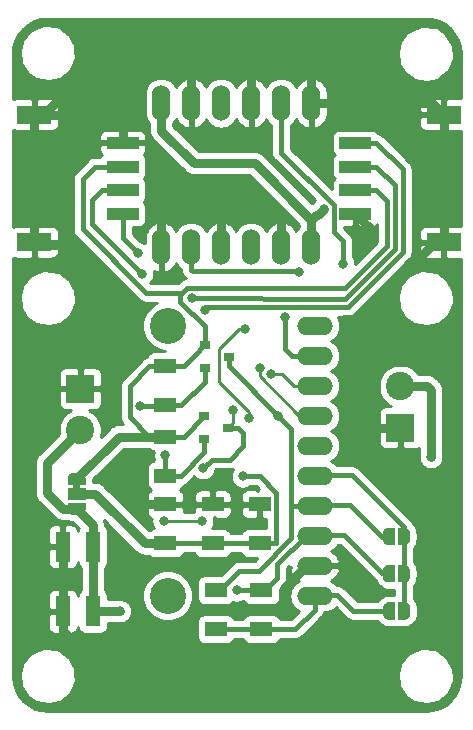
<source format=gbr>
G04 #@! TF.GenerationSoftware,KiCad,Pcbnew,(5.1.5-0-10_14)*
G04 #@! TF.CreationDate,2020-12-02T09:36:47+01:00*
G04 #@! TF.ProjectId,smartcitizen-adc-4-ch,736d6172-7463-4697-9469-7a656e2d6164,rev?*
G04 #@! TF.SameCoordinates,Original*
G04 #@! TF.FileFunction,Copper,L1,Top*
G04 #@! TF.FilePolarity,Positive*
%FSLAX46Y46*%
G04 Gerber Fmt 4.6, Leading zero omitted, Abs format (unit mm)*
G04 Created by KiCad (PCBNEW (5.1.5-0-10_14)) date 2020-12-02 09:36:47*
%MOMM*%
%LPD*%
G04 APERTURE LIST*
%ADD10C,0.100000*%
%ADD11R,2.999740X1.500000*%
%ADD12R,2.738120X1.008380*%
%ADD13C,2.400000*%
%ADD14R,2.400000X2.400000*%
%ADD15R,1.500000X1.000000*%
%ADD16R,1.905000X1.270000*%
%ADD17O,1.524000X3.048000*%
%ADD18O,3.048000X1.524000*%
%ADD19C,3.048000*%
%ADD20R,1.270000X2.540000*%
%ADD21R,0.889000X0.787400*%
%ADD22C,0.800000*%
%ADD23C,0.800000*%
%ADD24C,0.400000*%
%ADD25C,0.250000*%
%ADD26C,0.254000*%
G04 APERTURE END LIST*
D10*
G36*
X142800000Y-94500000D02*
G01*
X142800000Y-95000000D01*
X142200000Y-95000000D01*
X142200000Y-94500000D01*
X142800000Y-94500000D01*
G37*
D11*
X138901620Y-63302500D03*
X138901620Y-74097500D03*
D12*
X146399700Y-65700260D03*
X146399700Y-67701780D03*
X146399700Y-69698220D03*
X146399700Y-71699740D03*
D13*
X169900000Y-86300000D03*
D14*
X169900000Y-89800000D03*
D13*
X142800000Y-90000000D03*
D14*
X142800000Y-86500000D03*
G04 #@! TA.AperFunction,SMDPad,CuDef*
D10*
G36*
X141750000Y-94650000D02*
G01*
X141750000Y-94100000D01*
X141750602Y-94100000D01*
X141750602Y-94075466D01*
X141755412Y-94026635D01*
X141764984Y-93978510D01*
X141779228Y-93931555D01*
X141798005Y-93886222D01*
X141821136Y-93842949D01*
X141848396Y-93802150D01*
X141879524Y-93764221D01*
X141914221Y-93729524D01*
X141952150Y-93698396D01*
X141992949Y-93671136D01*
X142036222Y-93648005D01*
X142081555Y-93629228D01*
X142128510Y-93614984D01*
X142176635Y-93605412D01*
X142225466Y-93600602D01*
X142250000Y-93600602D01*
X142250000Y-93600000D01*
X142750000Y-93600000D01*
X142750000Y-93600602D01*
X142774534Y-93600602D01*
X142823365Y-93605412D01*
X142871490Y-93614984D01*
X142918445Y-93629228D01*
X142963778Y-93648005D01*
X143007051Y-93671136D01*
X143047850Y-93698396D01*
X143085779Y-93729524D01*
X143120476Y-93764221D01*
X143151604Y-93802150D01*
X143178864Y-93842949D01*
X143201995Y-93886222D01*
X143220772Y-93931555D01*
X143235016Y-93978510D01*
X143244588Y-94026635D01*
X143249398Y-94075466D01*
X143249398Y-94100000D01*
X143250000Y-94100000D01*
X143250000Y-94650000D01*
X141750000Y-94650000D01*
G37*
G04 #@! TD.AperFunction*
D15*
X142500000Y-95400000D03*
G04 #@! TA.AperFunction,SMDPad,CuDef*
D10*
G36*
X143249398Y-96700000D02*
G01*
X143249398Y-96724534D01*
X143244588Y-96773365D01*
X143235016Y-96821490D01*
X143220772Y-96868445D01*
X143201995Y-96913778D01*
X143178864Y-96957051D01*
X143151604Y-96997850D01*
X143120476Y-97035779D01*
X143085779Y-97070476D01*
X143047850Y-97101604D01*
X143007051Y-97128864D01*
X142963778Y-97151995D01*
X142918445Y-97170772D01*
X142871490Y-97185016D01*
X142823365Y-97194588D01*
X142774534Y-97199398D01*
X142750000Y-97199398D01*
X142750000Y-97200000D01*
X142250000Y-97200000D01*
X142250000Y-97199398D01*
X142225466Y-97199398D01*
X142176635Y-97194588D01*
X142128510Y-97185016D01*
X142081555Y-97170772D01*
X142036222Y-97151995D01*
X141992949Y-97128864D01*
X141952150Y-97101604D01*
X141914221Y-97070476D01*
X141879524Y-97035779D01*
X141848396Y-96997850D01*
X141821136Y-96957051D01*
X141798005Y-96913778D01*
X141779228Y-96868445D01*
X141764984Y-96821490D01*
X141755412Y-96773365D01*
X141750602Y-96724534D01*
X141750602Y-96700000D01*
X141750000Y-96700000D01*
X141750000Y-96150000D01*
X143250000Y-96150000D01*
X143250000Y-96700000D01*
X143249398Y-96700000D01*
G37*
G04 #@! TD.AperFunction*
D16*
X157988000Y-96291400D03*
X157988000Y-99593400D03*
X150012400Y-96291400D03*
X150012400Y-99593400D03*
X154025600Y-96291400D03*
X154025600Y-99593400D03*
D17*
X162356800Y-62330000D03*
X159816800Y-62330000D03*
X157276800Y-62330000D03*
X154736800Y-62330000D03*
X152196800Y-62330000D03*
X149656800Y-62330000D03*
X149656800Y-74523600D03*
X152196800Y-74523600D03*
X154736800Y-74523600D03*
X157276800Y-74523600D03*
X159816800Y-74523600D03*
X162356800Y-74523600D03*
G04 #@! TA.AperFunction,SMDPad,CuDef*
D10*
G36*
X168945800Y-106070498D02*
G01*
X168921266Y-106070498D01*
X168872435Y-106065688D01*
X168824310Y-106056116D01*
X168777355Y-106041872D01*
X168732022Y-106023095D01*
X168688749Y-105999964D01*
X168647950Y-105972704D01*
X168610021Y-105941576D01*
X168575324Y-105906879D01*
X168544196Y-105868950D01*
X168516936Y-105828151D01*
X168493805Y-105784878D01*
X168475028Y-105739545D01*
X168460784Y-105692590D01*
X168451212Y-105644465D01*
X168446402Y-105595634D01*
X168446402Y-105571100D01*
X168445800Y-105571100D01*
X168445800Y-105071100D01*
X168446402Y-105071100D01*
X168446402Y-105046566D01*
X168451212Y-104997735D01*
X168460784Y-104949610D01*
X168475028Y-104902655D01*
X168493805Y-104857322D01*
X168516936Y-104814049D01*
X168544196Y-104773250D01*
X168575324Y-104735321D01*
X168610021Y-104700624D01*
X168647950Y-104669496D01*
X168688749Y-104642236D01*
X168732022Y-104619105D01*
X168777355Y-104600328D01*
X168824310Y-104586084D01*
X168872435Y-104576512D01*
X168921266Y-104571702D01*
X168945800Y-104571702D01*
X168945800Y-104571100D01*
X169445800Y-104571100D01*
X169445800Y-106071100D01*
X168945800Y-106071100D01*
X168945800Y-106070498D01*
G37*
G04 #@! TD.AperFunction*
G04 #@! TA.AperFunction,SMDPad,CuDef*
G36*
X169745800Y-104571100D02*
G01*
X170245800Y-104571100D01*
X170245800Y-104571702D01*
X170270334Y-104571702D01*
X170319165Y-104576512D01*
X170367290Y-104586084D01*
X170414245Y-104600328D01*
X170459578Y-104619105D01*
X170502851Y-104642236D01*
X170543650Y-104669496D01*
X170581579Y-104700624D01*
X170616276Y-104735321D01*
X170647404Y-104773250D01*
X170674664Y-104814049D01*
X170697795Y-104857322D01*
X170716572Y-104902655D01*
X170730816Y-104949610D01*
X170740388Y-104997735D01*
X170745198Y-105046566D01*
X170745198Y-105071100D01*
X170745800Y-105071100D01*
X170745800Y-105571100D01*
X170745198Y-105571100D01*
X170745198Y-105595634D01*
X170740388Y-105644465D01*
X170730816Y-105692590D01*
X170716572Y-105739545D01*
X170697795Y-105784878D01*
X170674664Y-105828151D01*
X170647404Y-105868950D01*
X170616276Y-105906879D01*
X170581579Y-105941576D01*
X170543650Y-105972704D01*
X170502851Y-105999964D01*
X170459578Y-106023095D01*
X170414245Y-106041872D01*
X170367290Y-106056116D01*
X170319165Y-106065688D01*
X170270334Y-106070498D01*
X170245800Y-106070498D01*
X170245800Y-106071100D01*
X169745800Y-106071100D01*
X169745800Y-104571100D01*
G37*
G04 #@! TD.AperFunction*
G04 #@! TA.AperFunction,SMDPad,CuDef*
G36*
X168920400Y-102908198D02*
G01*
X168895866Y-102908198D01*
X168847035Y-102903388D01*
X168798910Y-102893816D01*
X168751955Y-102879572D01*
X168706622Y-102860795D01*
X168663349Y-102837664D01*
X168622550Y-102810404D01*
X168584621Y-102779276D01*
X168549924Y-102744579D01*
X168518796Y-102706650D01*
X168491536Y-102665851D01*
X168468405Y-102622578D01*
X168449628Y-102577245D01*
X168435384Y-102530290D01*
X168425812Y-102482165D01*
X168421002Y-102433334D01*
X168421002Y-102408800D01*
X168420400Y-102408800D01*
X168420400Y-101908800D01*
X168421002Y-101908800D01*
X168421002Y-101884266D01*
X168425812Y-101835435D01*
X168435384Y-101787310D01*
X168449628Y-101740355D01*
X168468405Y-101695022D01*
X168491536Y-101651749D01*
X168518796Y-101610950D01*
X168549924Y-101573021D01*
X168584621Y-101538324D01*
X168622550Y-101507196D01*
X168663349Y-101479936D01*
X168706622Y-101456805D01*
X168751955Y-101438028D01*
X168798910Y-101423784D01*
X168847035Y-101414212D01*
X168895866Y-101409402D01*
X168920400Y-101409402D01*
X168920400Y-101408800D01*
X169420400Y-101408800D01*
X169420400Y-102908800D01*
X168920400Y-102908800D01*
X168920400Y-102908198D01*
G37*
G04 #@! TD.AperFunction*
G04 #@! TA.AperFunction,SMDPad,CuDef*
G36*
X169720400Y-101408800D02*
G01*
X170220400Y-101408800D01*
X170220400Y-101409402D01*
X170244934Y-101409402D01*
X170293765Y-101414212D01*
X170341890Y-101423784D01*
X170388845Y-101438028D01*
X170434178Y-101456805D01*
X170477451Y-101479936D01*
X170518250Y-101507196D01*
X170556179Y-101538324D01*
X170590876Y-101573021D01*
X170622004Y-101610950D01*
X170649264Y-101651749D01*
X170672395Y-101695022D01*
X170691172Y-101740355D01*
X170705416Y-101787310D01*
X170714988Y-101835435D01*
X170719798Y-101884266D01*
X170719798Y-101908800D01*
X170720400Y-101908800D01*
X170720400Y-102408800D01*
X170719798Y-102408800D01*
X170719798Y-102433334D01*
X170714988Y-102482165D01*
X170705416Y-102530290D01*
X170691172Y-102577245D01*
X170672395Y-102622578D01*
X170649264Y-102665851D01*
X170622004Y-102706650D01*
X170590876Y-102744579D01*
X170556179Y-102779276D01*
X170518250Y-102810404D01*
X170477451Y-102837664D01*
X170434178Y-102860795D01*
X170388845Y-102879572D01*
X170341890Y-102893816D01*
X170293765Y-102903388D01*
X170244934Y-102908198D01*
X170220400Y-102908198D01*
X170220400Y-102908800D01*
X169720400Y-102908800D01*
X169720400Y-101408800D01*
G37*
G04 #@! TD.AperFunction*
G04 #@! TA.AperFunction,SMDPad,CuDef*
G36*
X168920400Y-99758598D02*
G01*
X168895866Y-99758598D01*
X168847035Y-99753788D01*
X168798910Y-99744216D01*
X168751955Y-99729972D01*
X168706622Y-99711195D01*
X168663349Y-99688064D01*
X168622550Y-99660804D01*
X168584621Y-99629676D01*
X168549924Y-99594979D01*
X168518796Y-99557050D01*
X168491536Y-99516251D01*
X168468405Y-99472978D01*
X168449628Y-99427645D01*
X168435384Y-99380690D01*
X168425812Y-99332565D01*
X168421002Y-99283734D01*
X168421002Y-99259200D01*
X168420400Y-99259200D01*
X168420400Y-98759200D01*
X168421002Y-98759200D01*
X168421002Y-98734666D01*
X168425812Y-98685835D01*
X168435384Y-98637710D01*
X168449628Y-98590755D01*
X168468405Y-98545422D01*
X168491536Y-98502149D01*
X168518796Y-98461350D01*
X168549924Y-98423421D01*
X168584621Y-98388724D01*
X168622550Y-98357596D01*
X168663349Y-98330336D01*
X168706622Y-98307205D01*
X168751955Y-98288428D01*
X168798910Y-98274184D01*
X168847035Y-98264612D01*
X168895866Y-98259802D01*
X168920400Y-98259802D01*
X168920400Y-98259200D01*
X169420400Y-98259200D01*
X169420400Y-99759200D01*
X168920400Y-99759200D01*
X168920400Y-99758598D01*
G37*
G04 #@! TD.AperFunction*
G04 #@! TA.AperFunction,SMDPad,CuDef*
G36*
X169720400Y-98259200D02*
G01*
X170220400Y-98259200D01*
X170220400Y-98259802D01*
X170244934Y-98259802D01*
X170293765Y-98264612D01*
X170341890Y-98274184D01*
X170388845Y-98288428D01*
X170434178Y-98307205D01*
X170477451Y-98330336D01*
X170518250Y-98357596D01*
X170556179Y-98388724D01*
X170590876Y-98423421D01*
X170622004Y-98461350D01*
X170649264Y-98502149D01*
X170672395Y-98545422D01*
X170691172Y-98590755D01*
X170705416Y-98637710D01*
X170714988Y-98685835D01*
X170719798Y-98734666D01*
X170719798Y-98759200D01*
X170720400Y-98759200D01*
X170720400Y-99259200D01*
X170719798Y-99259200D01*
X170719798Y-99283734D01*
X170714988Y-99332565D01*
X170705416Y-99380690D01*
X170691172Y-99427645D01*
X170672395Y-99472978D01*
X170649264Y-99516251D01*
X170622004Y-99557050D01*
X170590876Y-99594979D01*
X170556179Y-99629676D01*
X170518250Y-99660804D01*
X170477451Y-99688064D01*
X170434178Y-99711195D01*
X170388845Y-99729972D01*
X170341890Y-99744216D01*
X170293765Y-99753788D01*
X170244934Y-99758598D01*
X170220400Y-99758598D01*
X170220400Y-99759200D01*
X169720400Y-99759200D01*
X169720400Y-98259200D01*
G37*
G04 #@! TD.AperFunction*
D18*
X162661600Y-104038400D03*
X162661600Y-101498400D03*
X162661600Y-98958400D03*
X162661600Y-96418400D03*
X162661600Y-93878400D03*
X162661600Y-91338400D03*
X162661600Y-88798400D03*
X162661600Y-86258400D03*
X162661600Y-83718400D03*
X162661600Y-81178400D03*
D19*
X150211600Y-104038400D03*
X150211600Y-81178400D03*
D20*
X141330000Y-105340000D03*
X141330000Y-99881540D03*
X143870000Y-105340000D03*
X143870000Y-99881540D03*
D16*
X150012400Y-84607400D03*
X150012400Y-87909400D03*
X150012400Y-93853000D03*
X150012400Y-90551000D03*
X154279600Y-103555800D03*
X154279600Y-106857800D03*
X158140400Y-106857800D03*
X158140400Y-103555800D03*
D21*
X155397200Y-83794600D03*
X153365200Y-84759800D03*
X153365200Y-82829400D03*
X153314400Y-88823800D03*
X153314400Y-90754200D03*
X155346400Y-89789000D03*
D12*
X166100300Y-65700260D03*
X166100300Y-67701780D03*
X166100300Y-69698220D03*
X166100300Y-71699740D03*
D11*
X173598380Y-63302500D03*
X173598380Y-74097500D03*
D22*
X146160000Y-105340000D03*
X172500000Y-92300000D03*
X163398959Y-71301041D03*
X153365200Y-79806800D03*
X150012400Y-92151200D03*
X147700000Y-75042840D03*
X147878800Y-87934800D03*
X152247600Y-78841600D03*
X148026041Y-76823959D03*
X156667200Y-97688400D03*
X146200000Y-94200000D03*
X167550000Y-73500000D03*
X141650000Y-74350000D03*
X158949192Y-85238392D03*
X165060000Y-75910000D03*
X157988000Y-84734400D03*
X160121600Y-80467200D03*
X161360000Y-76600000D03*
X155752800Y-88290400D03*
X153212800Y-93218000D03*
X156057600Y-103581200D03*
X159585713Y-88775487D03*
X149860000Y-97688400D03*
X153111200Y-97688400D03*
X157073600Y-89001600D03*
X156768800Y-81432400D03*
X156565600Y-93929200D03*
D23*
X143870000Y-105340000D02*
X143870000Y-99881540D01*
X142800000Y-90000000D02*
X140000000Y-92800000D01*
X141379998Y-96700000D02*
X142500000Y-96700000D01*
X140000000Y-95320002D02*
X141379998Y-96700000D01*
X140000000Y-92800000D02*
X140000000Y-95320002D01*
X143870000Y-98070000D02*
X142500000Y-96700000D01*
X143870000Y-99881540D02*
X143870000Y-98070000D01*
X143870000Y-105340000D02*
X146160000Y-105340000D01*
X172500000Y-92300000D02*
X172500000Y-86600000D01*
X172200000Y-86300000D02*
X169900000Y-86300000D01*
X172500000Y-86600000D02*
X172200000Y-86300000D01*
D24*
X164562000Y-103949500D02*
X162623500Y-103949500D01*
X162306000Y-104267000D02*
X162623500Y-103949500D01*
X161004200Y-106857800D02*
X158140400Y-106857800D01*
X162661600Y-105200400D02*
X161004200Y-106857800D01*
X162661600Y-104038400D02*
X162661600Y-105200400D01*
X165933600Y-105321100D02*
X164562000Y-103949500D01*
X168945800Y-105321100D02*
X165933600Y-105321100D01*
X158140400Y-106857800D02*
X154279600Y-106857800D01*
X162356800Y-72599600D02*
X162356800Y-74523600D01*
D23*
X162356800Y-72199600D02*
X157557200Y-67400000D01*
X162356800Y-74523600D02*
X162356800Y-72199600D01*
X149656800Y-64654000D02*
X149656800Y-62330000D01*
X152402800Y-67400000D02*
X149656800Y-64654000D01*
X157557200Y-67400000D02*
X152402800Y-67400000D01*
X162756400Y-71800000D02*
X162356800Y-72199600D01*
X162900000Y-71800000D02*
X163398959Y-71301041D01*
X162756400Y-71800000D02*
X162900000Y-71800000D01*
D24*
X152520700Y-83623100D02*
X153314400Y-82829400D01*
X151587200Y-84607400D02*
X152520700Y-83673900D01*
X153314400Y-82829400D02*
X153365200Y-82829400D01*
X152520700Y-83673900D02*
X152520700Y-83623100D01*
X150012400Y-84607400D02*
X151587200Y-84607400D01*
X153263600Y-88823800D02*
X153314400Y-88823800D01*
X147028799Y-88919899D02*
X148659900Y-90551000D01*
X147028799Y-86238501D02*
X147028799Y-88919899D01*
X148659900Y-84607400D02*
X147028799Y-86238501D01*
X150012400Y-84607400D02*
X148659900Y-84607400D01*
X148659900Y-90551000D02*
X150012400Y-90551000D01*
X151587200Y-90551000D02*
X153314400Y-88823800D01*
X150012400Y-90551000D02*
X151587200Y-90551000D01*
D23*
X146049000Y-90551000D02*
X150012400Y-90551000D01*
X142500000Y-94100000D02*
X146049000Y-90551000D01*
D24*
X165208401Y-77991599D02*
X168800000Y-74400000D01*
X151839599Y-77991599D02*
X165208401Y-77991599D01*
X151282400Y-79134402D02*
X151282400Y-78548798D01*
X151282400Y-78548798D02*
X151839599Y-77991599D01*
X153365200Y-82829400D02*
X153365200Y-81217202D01*
X153365200Y-81217202D02*
X151282400Y-79134402D01*
X167869360Y-69698220D02*
X166100300Y-69698220D01*
X168800000Y-70628860D02*
X167869360Y-69698220D01*
X168800000Y-74400000D02*
X168800000Y-70628860D01*
X151431198Y-78400000D02*
X151839599Y-77991599D01*
X148400000Y-78400000D02*
X151431198Y-78400000D01*
X143000000Y-73000000D02*
X148400000Y-78400000D01*
X146399700Y-67701780D02*
X144048220Y-67701780D01*
X143000000Y-68750000D02*
X143000000Y-73000000D01*
X144048220Y-67701780D02*
X143000000Y-68750000D01*
X153314400Y-91903500D02*
X153314400Y-90754200D01*
X151364900Y-93853000D02*
X153314400Y-91903500D01*
X150012400Y-93853000D02*
X151364900Y-93853000D01*
X150012400Y-93853000D02*
X150012400Y-92151200D01*
X153554801Y-79617199D02*
X153365200Y-79806800D01*
X164707199Y-79617199D02*
X153554801Y-79617199D01*
X164764388Y-79550010D02*
X165488494Y-79550010D01*
X165488494Y-79550010D02*
X170100020Y-74938484D01*
X164707199Y-79607199D02*
X164764388Y-79550010D01*
X164707199Y-79617199D02*
X164707199Y-79607199D01*
X167869360Y-65700260D02*
X170100000Y-67930900D01*
X170100000Y-67930900D02*
X170100000Y-68550000D01*
X166100300Y-65700260D02*
X167869360Y-65700260D01*
X170100020Y-74938484D02*
X170100000Y-68550000D01*
X146399700Y-71699740D02*
X146399700Y-71799700D01*
X146399700Y-71699740D02*
X146399700Y-73742540D01*
X146399700Y-73742540D02*
X147700000Y-75042840D01*
X153365200Y-85909100D02*
X153365200Y-84759800D01*
X151364900Y-87909400D02*
X153365200Y-85909100D01*
X150012400Y-87909400D02*
X151364900Y-87909400D01*
X149987000Y-87934800D02*
X150012400Y-87909400D01*
X147878800Y-87934800D02*
X149987000Y-87934800D01*
X165219252Y-78900000D02*
X164400000Y-78900000D01*
X152247600Y-78841600D02*
X164400000Y-78900000D01*
X169450010Y-74669242D02*
X165219252Y-78900000D01*
X169450000Y-69282420D02*
X169450000Y-70150000D01*
X167869360Y-67701780D02*
X169450000Y-69282420D01*
X166100300Y-67701780D02*
X167869360Y-67701780D01*
X169450000Y-70150000D02*
X169450010Y-74669242D01*
X144630640Y-69698220D02*
X143800000Y-70528860D01*
X146399700Y-69698220D02*
X144630640Y-69698220D01*
X143800000Y-72597918D02*
X148026041Y-76823959D01*
X143800000Y-70528860D02*
X143800000Y-72597918D01*
X150012400Y-96291400D02*
X151364900Y-96291400D01*
X156267201Y-97288401D02*
X156267201Y-96526401D01*
X156667200Y-97688400D02*
X156267201Y-97288401D01*
X156057600Y-96316800D02*
X157988000Y-96291400D01*
X156267201Y-96526401D02*
X156057600Y-96316800D01*
X151364900Y-96291400D02*
X156057600Y-96316800D01*
D23*
X141330000Y-99881540D02*
X141330000Y-105340000D01*
X162356800Y-60006000D02*
X162250800Y-59900000D01*
X162356800Y-62330000D02*
X162356800Y-60006000D01*
X157382800Y-59900000D02*
X157276800Y-60006000D01*
X162250800Y-59900000D02*
X157382800Y-59900000D01*
X157276800Y-60006000D02*
X157276800Y-62330000D01*
X157170800Y-59900000D02*
X157276800Y-60006000D01*
X152200000Y-59900000D02*
X157170800Y-59900000D01*
X159816800Y-72199600D02*
X159317200Y-71700000D01*
X159816800Y-74523600D02*
X159816800Y-72199600D01*
X154736800Y-72199600D02*
X154736800Y-74523600D01*
X155236400Y-71700000D02*
X154736800Y-72199600D01*
X159317200Y-71700000D02*
X155236400Y-71700000D01*
X149656800Y-72199600D02*
X149656800Y-74523600D01*
X150156400Y-71700000D02*
X149656800Y-72199600D01*
X155236400Y-71700000D02*
X150156400Y-71700000D01*
X148259900Y-96291400D02*
X146800000Y-94831500D01*
X150012400Y-96291400D02*
X148259900Y-96291400D01*
X146800000Y-94831500D02*
X146800000Y-94800000D01*
X146800000Y-94800000D02*
X146200000Y-94200000D01*
X173598380Y-74097500D02*
X173598380Y-63302500D01*
X172625880Y-62330000D02*
X173598380Y-63302500D01*
X162356800Y-62330000D02*
X172625880Y-62330000D01*
X167550000Y-73149440D02*
X166100300Y-71699740D01*
X167550000Y-73500000D02*
X167550000Y-73149440D01*
X139154120Y-74350000D02*
X138901620Y-74097500D01*
X141650000Y-74350000D02*
X139154120Y-74350000D01*
X138901620Y-74097500D02*
X138901620Y-63302500D01*
X145306130Y-63302500D02*
X138901620Y-63302500D01*
X146399700Y-64396070D02*
X145306130Y-63302500D01*
X146399700Y-65700260D02*
X146399700Y-64396070D01*
X152196800Y-59903200D02*
X152200000Y-59900000D01*
X152196800Y-62330000D02*
X152196800Y-59903200D01*
X139651490Y-63302500D02*
X138901620Y-63302500D01*
X143050790Y-59903200D02*
X139651490Y-63302500D01*
X152196800Y-59903200D02*
X143050790Y-59903200D01*
X172848510Y-74097500D02*
X166550000Y-80396010D01*
X173598380Y-74097500D02*
X172848510Y-74097500D01*
X167900000Y-89800000D02*
X169900000Y-89800000D01*
X166550000Y-88450000D02*
X167900000Y-89800000D01*
X166550000Y-80396010D02*
X166550000Y-88450000D01*
X141330000Y-106980000D02*
X141330000Y-105340000D01*
X150420140Y-107529860D02*
X141879860Y-107529860D01*
X152700000Y-105250000D02*
X150420140Y-107529860D01*
X160050000Y-103348000D02*
X160050000Y-104800000D01*
X159600000Y-105250000D02*
X152700000Y-105250000D01*
X160050000Y-104800000D02*
X159600000Y-105250000D01*
X141879860Y-107529860D02*
X141330000Y-106980000D01*
X161899600Y-101498400D02*
X160050000Y-103348000D01*
X162661600Y-101498400D02*
X161899600Y-101498400D01*
D25*
X162661600Y-86258400D02*
X160887600Y-86258400D01*
X160887600Y-86258400D02*
X159867592Y-85238392D01*
X159867592Y-85238392D02*
X158949192Y-85238392D01*
D24*
X165060000Y-74010000D02*
X165060000Y-75910000D01*
X164281239Y-73231239D02*
X165060000Y-74010000D01*
X164281239Y-70981239D02*
X164281239Y-73231239D01*
X159816800Y-66516800D02*
X164281239Y-70981239D01*
X159816800Y-62330000D02*
X159816800Y-66516800D01*
D25*
X161362198Y-88798400D02*
X157988000Y-85424202D01*
X162661600Y-88798400D02*
X161362198Y-88798400D01*
X157988000Y-85424202D02*
X157988000Y-84734400D01*
D24*
X160737600Y-83718400D02*
X160121600Y-83102400D01*
X162661600Y-83718400D02*
X160737600Y-83718400D01*
X160121600Y-83102400D02*
X160121600Y-80467200D01*
X161336380Y-76576380D02*
X161360000Y-76600000D01*
X152325580Y-76576380D02*
X161336380Y-76576380D01*
X152196800Y-76447600D02*
X152325580Y-76576380D01*
X152196800Y-74523600D02*
X152196800Y-76447600D01*
X165120334Y-98869500D02*
X162623500Y-98869500D01*
X168380000Y-102129166D02*
X165120334Y-98869500D01*
X168880000Y-102129166D02*
X168380000Y-102129166D01*
D25*
X155752800Y-89382600D02*
X155346400Y-89789000D01*
X155752800Y-88290400D02*
X155752800Y-89382600D01*
D24*
X153212800Y-93218000D02*
X153924000Y-92506800D01*
X153924000Y-92506800D02*
X155448000Y-92506800D01*
X155448000Y-92506800D02*
X156616400Y-91338400D01*
X156616400Y-90214500D02*
X156190900Y-89789000D01*
X156190900Y-89789000D02*
X155346400Y-89789000D01*
X156616400Y-91338400D02*
X156616400Y-90214500D01*
X158115000Y-103581200D02*
X158140400Y-103555800D01*
X156057600Y-103581200D02*
X158115000Y-103581200D01*
X158457900Y-103555800D02*
X158140400Y-103555800D01*
X159492900Y-101365100D02*
X159492900Y-102520800D01*
X159492900Y-102520800D02*
X158457900Y-103555800D01*
X161899600Y-98958400D02*
X159492900Y-101365100D01*
X162661600Y-98958400D02*
X161899600Y-98958400D01*
X165649500Y-96329500D02*
X162623500Y-96329500D01*
X168380000Y-99060000D02*
X165649500Y-96329500D01*
X168880000Y-99060000D02*
X168380000Y-99060000D01*
X160687590Y-96368390D02*
X160737600Y-96418400D01*
X160687590Y-89878690D02*
X160687590Y-96368390D01*
X155397200Y-83794600D02*
X155397200Y-84588300D01*
X155448000Y-84632800D02*
X159585713Y-88775487D01*
D25*
X156972000Y-86156800D02*
X155448000Y-84632800D01*
D24*
X155397200Y-84588300D02*
X155448000Y-84632800D01*
X160737600Y-96418400D02*
X162661600Y-96418400D01*
X157948352Y-101904800D02*
X160687590Y-99165562D01*
X160687590Y-99165562D02*
X160687590Y-96468410D01*
X156248100Y-101904800D02*
X157948352Y-101904800D01*
X160687590Y-96468410D02*
X160737600Y-96418400D01*
X154597100Y-103555800D02*
X156248100Y-101904800D01*
X154279600Y-103555800D02*
X154597100Y-103555800D01*
X159585713Y-88775487D02*
X160687590Y-89878690D01*
D25*
X149860000Y-97688400D02*
X153111200Y-97688400D01*
D24*
X170180000Y-98190744D02*
X165778756Y-93789500D01*
X165778756Y-93789500D02*
X162623500Y-93789500D01*
X170180000Y-99060000D02*
X170180000Y-98190744D01*
X170245800Y-105321100D02*
X170180000Y-99060000D01*
D25*
X157073600Y-88435915D02*
X154533600Y-85895915D01*
X157073600Y-89001600D02*
X157073600Y-88435915D01*
X154533600Y-83144998D02*
X156246198Y-81432400D01*
X154533600Y-85895915D02*
X154533600Y-83144998D01*
X156246198Y-81432400D02*
X156768800Y-81432400D01*
D24*
X157988000Y-99593400D02*
X150012400Y-99593400D01*
X159390501Y-99543399D02*
X159340500Y-99593400D01*
X159390501Y-95296399D02*
X159390501Y-99543399D01*
X159340500Y-99593400D02*
X157988000Y-99593400D01*
X158023302Y-93929200D02*
X159390501Y-95296399D01*
X156565600Y-93929200D02*
X158023302Y-93929200D01*
D23*
X144050000Y-95400000D02*
X148243400Y-99593400D01*
X148243400Y-99593400D02*
X150012400Y-99593400D01*
X142500000Y-95400000D02*
X144050000Y-95400000D01*
D26*
G36*
X172586991Y-55211985D02*
G01*
X173141596Y-55371668D01*
X173654628Y-55636036D01*
X174106541Y-55995019D01*
X174480120Y-56434940D01*
X174761133Y-56939040D01*
X174938884Y-57488130D01*
X175009999Y-58090092D01*
X175010002Y-61914651D01*
X173884130Y-61917500D01*
X173725380Y-62076250D01*
X173725380Y-63175500D01*
X173745380Y-63175500D01*
X173745380Y-63429500D01*
X173725380Y-63429500D01*
X173725380Y-64528750D01*
X173884130Y-64687500D01*
X175010005Y-64690349D01*
X175010012Y-72709651D01*
X173884130Y-72712500D01*
X173725380Y-72871250D01*
X173725380Y-73970500D01*
X173745380Y-73970500D01*
X173745380Y-74224500D01*
X173725380Y-74224500D01*
X173725380Y-75323750D01*
X173884130Y-75482500D01*
X175010014Y-75485349D01*
X175010045Y-110765353D01*
X174958015Y-111376988D01*
X174798331Y-111931596D01*
X174533962Y-112444631D01*
X174174982Y-112896541D01*
X173735061Y-113270119D01*
X173230960Y-113551133D01*
X172681870Y-113728884D01*
X172079908Y-113799999D01*
X140124646Y-113800045D01*
X139513012Y-113748015D01*
X138958404Y-113588331D01*
X138445369Y-113323962D01*
X137993459Y-112964982D01*
X137619881Y-112525061D01*
X137338867Y-112020960D01*
X137161116Y-111471870D01*
X137090001Y-110869908D01*
X137090001Y-110689130D01*
X137673466Y-110689130D01*
X137673777Y-110714025D01*
X137773777Y-111614025D01*
X137781242Y-111645006D01*
X137792304Y-111667310D01*
X138292304Y-112467310D01*
X138307440Y-112486957D01*
X138326183Y-112503344D01*
X139026183Y-113003344D01*
X139051276Y-113017282D01*
X139075093Y-113024534D01*
X140075093Y-113224534D01*
X140102834Y-113226968D01*
X140127550Y-113223976D01*
X141027550Y-113023976D01*
X141054915Y-113014514D01*
X141076200Y-113001600D01*
X141876200Y-112401600D01*
X141886705Y-112392797D01*
X141903142Y-112374099D01*
X141915617Y-112352553D01*
X142415617Y-111252553D01*
X142421251Y-111237778D01*
X142426291Y-111213398D01*
X142426478Y-111188502D01*
X142381990Y-110699130D01*
X169673466Y-110699130D01*
X169673777Y-110724025D01*
X169773777Y-111624025D01*
X169781242Y-111655006D01*
X169792304Y-111677310D01*
X170292304Y-112477310D01*
X170307440Y-112496957D01*
X170326183Y-112513344D01*
X171026183Y-113013344D01*
X171051276Y-113027282D01*
X171075093Y-113034534D01*
X172075093Y-113234534D01*
X172102834Y-113236968D01*
X172127550Y-113233976D01*
X173027550Y-113033976D01*
X173054915Y-113024514D01*
X173076200Y-113011600D01*
X173876200Y-112411600D01*
X173886705Y-112402797D01*
X173903142Y-112384099D01*
X173915617Y-112362553D01*
X174415617Y-111262553D01*
X174421251Y-111247778D01*
X174426291Y-111223398D01*
X174426478Y-111198502D01*
X174326478Y-110098502D01*
X174318758Y-110064994D01*
X174307696Y-110042690D01*
X173807696Y-109242690D01*
X173794557Y-109225218D01*
X173776200Y-109208400D01*
X172976200Y-108608400D01*
X172958177Y-108597109D01*
X172935035Y-108587928D01*
X172910547Y-108583439D01*
X171710547Y-108483439D01*
X171695692Y-108483073D01*
X171671012Y-108486352D01*
X171647447Y-108494383D01*
X170547447Y-108994383D01*
X170535294Y-109000720D01*
X170515218Y-109015443D01*
X170498400Y-109033800D01*
X169898400Y-109833800D01*
X169885168Y-109855753D01*
X169876792Y-109879198D01*
X169676792Y-110679198D01*
X169673466Y-110699130D01*
X142381990Y-110699130D01*
X142326478Y-110088502D01*
X142318758Y-110054994D01*
X142307696Y-110032690D01*
X141807696Y-109232690D01*
X141794557Y-109215218D01*
X141776200Y-109198400D01*
X140976200Y-108598400D01*
X140958177Y-108587109D01*
X140935035Y-108577928D01*
X140910547Y-108573439D01*
X139710547Y-108473439D01*
X139695692Y-108473073D01*
X139671012Y-108476352D01*
X139647447Y-108484383D01*
X138547447Y-108984383D01*
X138535294Y-108990720D01*
X138515218Y-109005443D01*
X138498400Y-109023800D01*
X137898400Y-109823800D01*
X137885168Y-109845753D01*
X137876792Y-109869198D01*
X137676792Y-110669198D01*
X137673466Y-110689130D01*
X137090001Y-110689130D01*
X137089998Y-106610000D01*
X140056928Y-106610000D01*
X140069188Y-106734482D01*
X140105498Y-106854180D01*
X140164463Y-106964494D01*
X140243815Y-107061185D01*
X140340506Y-107140537D01*
X140450820Y-107199502D01*
X140570518Y-107235812D01*
X140695000Y-107248072D01*
X141044250Y-107245000D01*
X141203000Y-107086250D01*
X141203000Y-105467000D01*
X140218750Y-105467000D01*
X140060000Y-105625750D01*
X140056928Y-106610000D01*
X137089998Y-106610000D01*
X137089996Y-104070000D01*
X140056928Y-104070000D01*
X140060000Y-105054250D01*
X140218750Y-105213000D01*
X141203000Y-105213000D01*
X141203000Y-103593750D01*
X141044250Y-103435000D01*
X140695000Y-103431928D01*
X140570518Y-103444188D01*
X140450820Y-103480498D01*
X140340506Y-103539463D01*
X140243815Y-103618815D01*
X140164463Y-103715506D01*
X140105498Y-103825820D01*
X140069188Y-103945518D01*
X140056928Y-104070000D01*
X137089996Y-104070000D01*
X137089994Y-101151540D01*
X140056928Y-101151540D01*
X140069188Y-101276022D01*
X140105498Y-101395720D01*
X140164463Y-101506034D01*
X140243815Y-101602725D01*
X140340506Y-101682077D01*
X140450820Y-101741042D01*
X140570518Y-101777352D01*
X140695000Y-101789612D01*
X141044250Y-101786540D01*
X141203000Y-101627790D01*
X141203000Y-100008540D01*
X140218750Y-100008540D01*
X140060000Y-100167290D01*
X140056928Y-101151540D01*
X137089994Y-101151540D01*
X137089992Y-98611540D01*
X140056928Y-98611540D01*
X140060000Y-99595790D01*
X140218750Y-99754540D01*
X141203000Y-99754540D01*
X141203000Y-98135290D01*
X141044250Y-97976540D01*
X140695000Y-97973468D01*
X140570518Y-97985728D01*
X140450820Y-98022038D01*
X140340506Y-98081003D01*
X140243815Y-98160355D01*
X140164463Y-98257046D01*
X140105498Y-98367360D01*
X140069188Y-98487058D01*
X140056928Y-98611540D01*
X137089992Y-98611540D01*
X137089986Y-92800000D01*
X138959994Y-92800000D01*
X138965000Y-92850828D01*
X138965001Y-95269164D01*
X138959994Y-95320002D01*
X138979977Y-95522897D01*
X139039160Y-95717995D01*
X139135266Y-95897799D01*
X139220999Y-96002264D01*
X139264605Y-96055398D01*
X139304092Y-96087804D01*
X140612194Y-97395907D01*
X140644602Y-97435396D01*
X140684090Y-97467803D01*
X140802200Y-97564734D01*
X140842849Y-97586461D01*
X140982005Y-97660841D01*
X141177103Y-97720024D01*
X141329160Y-97735000D01*
X141329162Y-97735000D01*
X141379998Y-97740007D01*
X141430833Y-97735000D01*
X141781076Y-97735000D01*
X141860681Y-97767973D01*
X141980377Y-97804282D01*
X142076510Y-97823404D01*
X142168781Y-97832492D01*
X142665754Y-98329465D01*
X142645498Y-98367360D01*
X142609188Y-98487058D01*
X142600000Y-98580348D01*
X142590812Y-98487058D01*
X142554502Y-98367360D01*
X142495537Y-98257046D01*
X142416185Y-98160355D01*
X142319494Y-98081003D01*
X142209180Y-98022038D01*
X142089482Y-97985728D01*
X141965000Y-97973468D01*
X141615750Y-97976540D01*
X141457000Y-98135290D01*
X141457000Y-99754540D01*
X141477000Y-99754540D01*
X141477000Y-100008540D01*
X141457000Y-100008540D01*
X141457000Y-101627790D01*
X141615750Y-101786540D01*
X141965000Y-101789612D01*
X142089482Y-101777352D01*
X142209180Y-101741042D01*
X142319494Y-101682077D01*
X142416185Y-101602725D01*
X142495537Y-101506034D01*
X142554502Y-101395720D01*
X142590812Y-101276022D01*
X142600000Y-101182732D01*
X142609188Y-101276022D01*
X142645498Y-101395720D01*
X142704463Y-101506034D01*
X142783815Y-101602725D01*
X142835001Y-101644732D01*
X142835000Y-103576808D01*
X142783815Y-103618815D01*
X142704463Y-103715506D01*
X142645498Y-103825820D01*
X142609188Y-103945518D01*
X142600000Y-104038808D01*
X142590812Y-103945518D01*
X142554502Y-103825820D01*
X142495537Y-103715506D01*
X142416185Y-103618815D01*
X142319494Y-103539463D01*
X142209180Y-103480498D01*
X142089482Y-103444188D01*
X141965000Y-103431928D01*
X141615750Y-103435000D01*
X141457000Y-103593750D01*
X141457000Y-105213000D01*
X141477000Y-105213000D01*
X141477000Y-105467000D01*
X141457000Y-105467000D01*
X141457000Y-107086250D01*
X141615750Y-107245000D01*
X141965000Y-107248072D01*
X142089482Y-107235812D01*
X142209180Y-107199502D01*
X142319494Y-107140537D01*
X142416185Y-107061185D01*
X142495537Y-106964494D01*
X142554502Y-106854180D01*
X142590812Y-106734482D01*
X142600000Y-106641192D01*
X142609188Y-106734482D01*
X142645498Y-106854180D01*
X142704463Y-106964494D01*
X142783815Y-107061185D01*
X142880506Y-107140537D01*
X142990820Y-107199502D01*
X143110518Y-107235812D01*
X143235000Y-107248072D01*
X144505000Y-107248072D01*
X144629482Y-107235812D01*
X144749180Y-107199502D01*
X144859494Y-107140537D01*
X144956185Y-107061185D01*
X145035537Y-106964494D01*
X145094502Y-106854180D01*
X145130812Y-106734482D01*
X145143072Y-106610000D01*
X145143072Y-106375000D01*
X146261939Y-106375000D01*
X146312057Y-106365031D01*
X146362895Y-106360024D01*
X146411777Y-106345196D01*
X146461898Y-106335226D01*
X146509113Y-106315669D01*
X146557993Y-106300841D01*
X146603042Y-106276762D01*
X146650256Y-106257205D01*
X146692746Y-106228814D01*
X146737797Y-106204734D01*
X146777284Y-106172328D01*
X146819774Y-106143937D01*
X146855908Y-106107803D01*
X146895396Y-106075396D01*
X146927803Y-106035908D01*
X146963937Y-105999774D01*
X146992328Y-105957284D01*
X147024734Y-105917797D01*
X147048814Y-105872746D01*
X147077205Y-105830256D01*
X147096762Y-105783042D01*
X147120841Y-105737993D01*
X147135669Y-105689113D01*
X147155226Y-105641898D01*
X147165196Y-105591777D01*
X147180024Y-105542895D01*
X147185031Y-105492057D01*
X147195000Y-105441939D01*
X147195000Y-105390837D01*
X147200007Y-105340000D01*
X147195000Y-105289162D01*
X147195000Y-105238061D01*
X147185031Y-105187943D01*
X147180024Y-105137105D01*
X147165196Y-105088223D01*
X147155226Y-105038102D01*
X147135669Y-104990887D01*
X147120841Y-104942007D01*
X147096762Y-104896958D01*
X147077205Y-104849744D01*
X147048814Y-104807254D01*
X147024734Y-104762203D01*
X146992328Y-104722716D01*
X146963937Y-104680226D01*
X146927803Y-104644092D01*
X146895396Y-104604604D01*
X146855908Y-104572197D01*
X146819774Y-104536063D01*
X146777284Y-104507672D01*
X146737797Y-104475266D01*
X146692746Y-104451186D01*
X146650256Y-104422795D01*
X146603042Y-104403238D01*
X146557993Y-104379159D01*
X146509113Y-104364331D01*
X146461898Y-104344774D01*
X146411777Y-104334804D01*
X146362895Y-104319976D01*
X146312057Y-104314969D01*
X146261939Y-104305000D01*
X145143072Y-104305000D01*
X145143072Y-104070000D01*
X145130812Y-103945518D01*
X145094502Y-103825820D01*
X145094469Y-103825757D01*
X148052600Y-103825757D01*
X148052600Y-104251043D01*
X148135570Y-104668157D01*
X148298319Y-105061070D01*
X148534596Y-105414682D01*
X148835318Y-105715404D01*
X149188930Y-105951681D01*
X149581843Y-106114430D01*
X149998957Y-106197400D01*
X150424243Y-106197400D01*
X150841357Y-106114430D01*
X151234270Y-105951681D01*
X151587882Y-105715404D01*
X151888604Y-105414682D01*
X152124881Y-105061070D01*
X152287630Y-104668157D01*
X152370600Y-104251043D01*
X152370600Y-103825757D01*
X152287630Y-103408643D01*
X152124881Y-103015730D01*
X151888604Y-102662118D01*
X151587882Y-102361396D01*
X151234270Y-102125119D01*
X150841357Y-101962370D01*
X150424243Y-101879400D01*
X149998957Y-101879400D01*
X149581843Y-101962370D01*
X149188930Y-102125119D01*
X148835318Y-102361396D01*
X148534596Y-102662118D01*
X148298319Y-103015730D01*
X148135570Y-103408643D01*
X148052600Y-103825757D01*
X145094469Y-103825757D01*
X145035537Y-103715506D01*
X144956185Y-103618815D01*
X144905000Y-103576809D01*
X144905000Y-101644731D01*
X144956185Y-101602725D01*
X145035537Y-101506034D01*
X145094502Y-101395720D01*
X145130812Y-101276022D01*
X145143072Y-101151540D01*
X145143072Y-98611540D01*
X145130812Y-98487058D01*
X145094502Y-98367360D01*
X145035537Y-98257046D01*
X144956185Y-98160355D01*
X144905227Y-98118535D01*
X144910007Y-98070000D01*
X144901707Y-97985728D01*
X144890024Y-97867105D01*
X144843975Y-97715304D01*
X144830841Y-97672006D01*
X144799316Y-97613026D01*
X147475597Y-100289308D01*
X147508004Y-100328796D01*
X147547492Y-100361203D01*
X147665602Y-100458134D01*
X147761709Y-100509504D01*
X147845407Y-100554241D01*
X148040505Y-100613424D01*
X148192562Y-100628400D01*
X148192571Y-100628400D01*
X148243399Y-100633406D01*
X148294227Y-100628400D01*
X148566709Y-100628400D01*
X148608715Y-100679585D01*
X148705406Y-100758937D01*
X148815720Y-100817902D01*
X148935418Y-100854212D01*
X149059900Y-100866472D01*
X150964900Y-100866472D01*
X151089382Y-100854212D01*
X151209080Y-100817902D01*
X151319394Y-100758937D01*
X151416085Y-100679585D01*
X151495437Y-100582894D01*
X151554402Y-100472580D01*
X151567804Y-100428400D01*
X152470196Y-100428400D01*
X152483598Y-100472580D01*
X152542563Y-100582894D01*
X152621915Y-100679585D01*
X152718606Y-100758937D01*
X152828920Y-100817902D01*
X152948618Y-100854212D01*
X153073100Y-100866472D01*
X154978100Y-100866472D01*
X155102582Y-100854212D01*
X155222280Y-100817902D01*
X155332594Y-100758937D01*
X155429285Y-100679585D01*
X155508637Y-100582894D01*
X155567602Y-100472580D01*
X155581004Y-100428400D01*
X156432596Y-100428400D01*
X156445998Y-100472580D01*
X156504963Y-100582894D01*
X156584315Y-100679585D01*
X156681006Y-100758937D01*
X156791320Y-100817902D01*
X156911018Y-100854212D01*
X157035500Y-100866472D01*
X157805813Y-100866472D01*
X157602485Y-101069800D01*
X156289118Y-101069800D01*
X156248100Y-101065760D01*
X156207082Y-101069800D01*
X156207081Y-101069800D01*
X156084411Y-101081882D01*
X155927013Y-101129628D01*
X155781954Y-101207164D01*
X155654809Y-101311509D01*
X155628663Y-101343368D01*
X154689304Y-102282728D01*
X153327100Y-102282728D01*
X153202618Y-102294988D01*
X153082920Y-102331298D01*
X152972606Y-102390263D01*
X152875915Y-102469615D01*
X152796563Y-102566306D01*
X152737598Y-102676620D01*
X152701288Y-102796318D01*
X152689028Y-102920800D01*
X152689028Y-104190800D01*
X152701288Y-104315282D01*
X152737598Y-104434980D01*
X152796563Y-104545294D01*
X152875915Y-104641985D01*
X152972606Y-104721337D01*
X153082920Y-104780302D01*
X153202618Y-104816612D01*
X153327100Y-104828872D01*
X155232100Y-104828872D01*
X155356582Y-104816612D01*
X155476280Y-104780302D01*
X155586594Y-104721337D01*
X155683285Y-104641985D01*
X155741810Y-104570672D01*
X155755702Y-104576426D01*
X155955661Y-104616200D01*
X156159539Y-104616200D01*
X156359498Y-104576426D01*
X156547856Y-104498405D01*
X156610077Y-104456830D01*
X156657363Y-104545294D01*
X156736715Y-104641985D01*
X156833406Y-104721337D01*
X156943720Y-104780302D01*
X157063418Y-104816612D01*
X157187900Y-104828872D01*
X159092900Y-104828872D01*
X159217382Y-104816612D01*
X159337080Y-104780302D01*
X159447394Y-104721337D01*
X159544085Y-104641985D01*
X159623437Y-104545294D01*
X159682402Y-104434980D01*
X159718712Y-104315282D01*
X159730972Y-104190800D01*
X159730972Y-103463596D01*
X160054326Y-103140242D01*
X160086191Y-103114091D01*
X160190536Y-102986946D01*
X160268072Y-102841887D01*
X160315818Y-102684489D01*
X160316593Y-102676620D01*
X160331940Y-102520801D01*
X160327900Y-102479782D01*
X160327900Y-101710967D01*
X160502600Y-101536268D01*
X160502600Y-101625402D01*
X160667879Y-101625402D01*
X160545380Y-101841470D01*
X160560338Y-101915676D01*
X160667478Y-102168935D01*
X160821968Y-102396426D01*
X161017871Y-102589406D01*
X161247658Y-102740459D01*
X161314013Y-102767362D01*
X161119713Y-102871217D01*
X160906992Y-103045792D01*
X160732417Y-103258513D01*
X160602696Y-103501205D01*
X160522814Y-103764540D01*
X160495841Y-104038400D01*
X160522814Y-104312260D01*
X160602696Y-104575595D01*
X160732417Y-104818287D01*
X160906992Y-105031008D01*
X161119713Y-105205583D01*
X161351602Y-105329530D01*
X160658333Y-106022800D01*
X159695804Y-106022800D01*
X159682402Y-105978620D01*
X159623437Y-105868306D01*
X159544085Y-105771615D01*
X159447394Y-105692263D01*
X159337080Y-105633298D01*
X159217382Y-105596988D01*
X159092900Y-105584728D01*
X157187900Y-105584728D01*
X157063418Y-105596988D01*
X156943720Y-105633298D01*
X156833406Y-105692263D01*
X156736715Y-105771615D01*
X156657363Y-105868306D01*
X156598398Y-105978620D01*
X156584996Y-106022800D01*
X155835004Y-106022800D01*
X155821602Y-105978620D01*
X155762637Y-105868306D01*
X155683285Y-105771615D01*
X155586594Y-105692263D01*
X155476280Y-105633298D01*
X155356582Y-105596988D01*
X155232100Y-105584728D01*
X153327100Y-105584728D01*
X153202618Y-105596988D01*
X153082920Y-105633298D01*
X152972606Y-105692263D01*
X152875915Y-105771615D01*
X152796563Y-105868306D01*
X152737598Y-105978620D01*
X152701288Y-106098318D01*
X152689028Y-106222800D01*
X152689028Y-107492800D01*
X152701288Y-107617282D01*
X152737598Y-107736980D01*
X152796563Y-107847294D01*
X152875915Y-107943985D01*
X152972606Y-108023337D01*
X153082920Y-108082302D01*
X153202618Y-108118612D01*
X153327100Y-108130872D01*
X155232100Y-108130872D01*
X155356582Y-108118612D01*
X155476280Y-108082302D01*
X155586594Y-108023337D01*
X155683285Y-107943985D01*
X155762637Y-107847294D01*
X155821602Y-107736980D01*
X155835004Y-107692800D01*
X156584996Y-107692800D01*
X156598398Y-107736980D01*
X156657363Y-107847294D01*
X156736715Y-107943985D01*
X156833406Y-108023337D01*
X156943720Y-108082302D01*
X157063418Y-108118612D01*
X157187900Y-108130872D01*
X159092900Y-108130872D01*
X159217382Y-108118612D01*
X159337080Y-108082302D01*
X159447394Y-108023337D01*
X159544085Y-107943985D01*
X159623437Y-107847294D01*
X159682402Y-107736980D01*
X159695804Y-107692800D01*
X160963182Y-107692800D01*
X161004200Y-107696840D01*
X161045218Y-107692800D01*
X161045219Y-107692800D01*
X161167889Y-107680718D01*
X161325287Y-107632972D01*
X161470346Y-107555436D01*
X161597491Y-107451091D01*
X161623646Y-107419221D01*
X163223032Y-105819837D01*
X163254891Y-105793691D01*
X163359236Y-105666546D01*
X163436772Y-105521487D01*
X163462886Y-105435400D01*
X163492225Y-105435400D01*
X163697460Y-105415186D01*
X163960795Y-105335304D01*
X164203487Y-105205583D01*
X164416208Y-105031008D01*
X164437138Y-105005505D01*
X165314158Y-105882526D01*
X165340309Y-105914391D01*
X165467454Y-106018736D01*
X165612513Y-106096272D01*
X165769911Y-106144018D01*
X165892581Y-106156100D01*
X165892591Y-106156100D01*
X165933599Y-106160139D01*
X165974607Y-106156100D01*
X167971527Y-106156100D01*
X167974302Y-106161292D01*
X168028758Y-106242791D01*
X168108110Y-106339482D01*
X168177418Y-106408790D01*
X168274109Y-106488142D01*
X168355608Y-106542598D01*
X168465925Y-106601564D01*
X168556481Y-106639073D01*
X168676177Y-106675382D01*
X168772310Y-106694504D01*
X168896791Y-106706764D01*
X168921350Y-106706764D01*
X168945800Y-106709172D01*
X169445800Y-106709172D01*
X169570282Y-106696912D01*
X169595800Y-106689171D01*
X169621318Y-106696912D01*
X169745800Y-106709172D01*
X170245800Y-106709172D01*
X170270250Y-106706764D01*
X170294809Y-106706764D01*
X170419290Y-106694504D01*
X170515423Y-106675382D01*
X170635119Y-106639073D01*
X170725675Y-106601564D01*
X170835992Y-106542598D01*
X170917491Y-106488142D01*
X171014182Y-106408790D01*
X171083490Y-106339482D01*
X171162842Y-106242791D01*
X171217298Y-106161292D01*
X171276264Y-106050975D01*
X171313773Y-105960419D01*
X171350082Y-105840723D01*
X171369204Y-105744590D01*
X171381464Y-105620109D01*
X171381464Y-105595550D01*
X171383872Y-105571100D01*
X171383872Y-105071100D01*
X171381464Y-105046650D01*
X171381464Y-105022091D01*
X171369204Y-104897610D01*
X171350082Y-104801477D01*
X171313773Y-104681781D01*
X171276264Y-104591225D01*
X171217298Y-104480908D01*
X171162842Y-104399409D01*
X171083490Y-104302718D01*
X171070001Y-104289229D01*
X171058311Y-103176912D01*
X171137442Y-103080491D01*
X171191898Y-102998992D01*
X171250864Y-102888675D01*
X171288373Y-102798119D01*
X171324682Y-102678423D01*
X171343804Y-102582290D01*
X171356064Y-102457809D01*
X171356064Y-102433250D01*
X171358472Y-102408800D01*
X171358472Y-101908800D01*
X171356064Y-101884350D01*
X171356064Y-101859791D01*
X171343804Y-101735310D01*
X171324682Y-101639177D01*
X171288373Y-101519481D01*
X171250864Y-101428925D01*
X171191898Y-101318608D01*
X171137442Y-101237109D01*
X171058090Y-101140418D01*
X171036684Y-101119012D01*
X171025556Y-100060116D01*
X171058090Y-100027582D01*
X171137442Y-99930891D01*
X171191898Y-99849392D01*
X171250864Y-99739075D01*
X171288373Y-99648519D01*
X171324682Y-99528823D01*
X171343804Y-99432690D01*
X171356064Y-99308209D01*
X171356064Y-99283650D01*
X171358472Y-99259200D01*
X171358472Y-98759200D01*
X171356064Y-98734750D01*
X171356064Y-98710191D01*
X171343804Y-98585710D01*
X171324682Y-98489577D01*
X171288373Y-98369881D01*
X171250864Y-98279325D01*
X171191898Y-98169008D01*
X171137442Y-98087509D01*
X171058090Y-97990818D01*
X170988782Y-97921510D01*
X170964975Y-97901972D01*
X170955172Y-97869657D01*
X170877636Y-97724598D01*
X170799439Y-97629314D01*
X170799437Y-97629312D01*
X170773291Y-97597453D01*
X170741432Y-97571307D01*
X166398202Y-93228079D01*
X166372047Y-93196209D01*
X166244902Y-93091864D01*
X166099843Y-93014328D01*
X165942445Y-92966582D01*
X165819775Y-92954500D01*
X165819774Y-92954500D01*
X165778756Y-92950460D01*
X165737738Y-92954500D01*
X164472595Y-92954500D01*
X164416208Y-92885792D01*
X164203487Y-92711217D01*
X164011129Y-92608400D01*
X164203487Y-92505583D01*
X164416208Y-92331008D01*
X164590783Y-92118287D01*
X164720504Y-91875595D01*
X164800386Y-91612260D01*
X164827359Y-91338400D01*
X164800386Y-91064540D01*
X164780808Y-91000000D01*
X168061928Y-91000000D01*
X168074188Y-91124482D01*
X168110498Y-91244180D01*
X168169463Y-91354494D01*
X168248815Y-91451185D01*
X168345506Y-91530537D01*
X168455820Y-91589502D01*
X168575518Y-91625812D01*
X168700000Y-91638072D01*
X169614250Y-91635000D01*
X169773000Y-91476250D01*
X169773000Y-89927000D01*
X168223750Y-89927000D01*
X168065000Y-90085750D01*
X168061928Y-91000000D01*
X164780808Y-91000000D01*
X164720504Y-90801205D01*
X164590783Y-90558513D01*
X164416208Y-90345792D01*
X164203487Y-90171217D01*
X164011129Y-90068400D01*
X164203487Y-89965583D01*
X164416208Y-89791008D01*
X164590783Y-89578287D01*
X164720504Y-89335595D01*
X164800386Y-89072260D01*
X164827359Y-88798400D01*
X164807819Y-88600000D01*
X168061928Y-88600000D01*
X168065000Y-89514250D01*
X168223750Y-89673000D01*
X169773000Y-89673000D01*
X169773000Y-89653000D01*
X170027000Y-89653000D01*
X170027000Y-89673000D01*
X170047000Y-89673000D01*
X170047000Y-89927000D01*
X170027000Y-89927000D01*
X170027000Y-91476250D01*
X170185750Y-91635000D01*
X171100000Y-91638072D01*
X171224482Y-91625812D01*
X171344180Y-91589502D01*
X171454494Y-91530537D01*
X171465000Y-91521915D01*
X171465000Y-92401939D01*
X171474969Y-92452058D01*
X171479976Y-92502894D01*
X171494804Y-92551774D01*
X171504774Y-92601898D01*
X171524332Y-92649116D01*
X171539159Y-92697992D01*
X171563237Y-92743039D01*
X171582795Y-92790256D01*
X171611186Y-92832747D01*
X171635266Y-92877797D01*
X171667672Y-92917284D01*
X171696063Y-92959774D01*
X171732197Y-92995908D01*
X171764604Y-93035396D01*
X171804092Y-93067803D01*
X171840226Y-93103937D01*
X171882716Y-93132328D01*
X171922203Y-93164734D01*
X171967254Y-93188814D01*
X172009744Y-93217205D01*
X172056958Y-93236762D01*
X172102007Y-93260841D01*
X172150887Y-93275669D01*
X172198102Y-93295226D01*
X172248223Y-93305196D01*
X172297105Y-93320024D01*
X172347943Y-93325031D01*
X172398061Y-93335000D01*
X172449162Y-93335000D01*
X172500000Y-93340007D01*
X172550838Y-93335000D01*
X172601939Y-93335000D01*
X172652058Y-93325031D01*
X172702894Y-93320024D01*
X172751774Y-93305196D01*
X172801898Y-93295226D01*
X172849116Y-93275668D01*
X172897992Y-93260841D01*
X172943039Y-93236763D01*
X172990256Y-93217205D01*
X173032747Y-93188814D01*
X173077797Y-93164734D01*
X173117284Y-93132328D01*
X173159774Y-93103937D01*
X173195908Y-93067803D01*
X173235396Y-93035396D01*
X173267803Y-92995908D01*
X173303937Y-92959774D01*
X173332328Y-92917284D01*
X173364734Y-92877797D01*
X173388814Y-92832746D01*
X173417205Y-92790256D01*
X173436762Y-92743042D01*
X173460841Y-92697993D01*
X173475669Y-92649113D01*
X173495226Y-92601898D01*
X173505196Y-92551777D01*
X173520024Y-92502895D01*
X173525031Y-92452057D01*
X173535000Y-92401939D01*
X173535000Y-86650827D01*
X173540006Y-86599999D01*
X173535000Y-86549171D01*
X173535000Y-86549162D01*
X173520024Y-86397105D01*
X173460841Y-86202007D01*
X173364734Y-86022203D01*
X173235396Y-85864604D01*
X173195903Y-85832193D01*
X172967807Y-85604097D01*
X172935396Y-85564604D01*
X172777797Y-85435266D01*
X172597993Y-85339159D01*
X172402895Y-85279976D01*
X172250838Y-85265000D01*
X172250828Y-85265000D01*
X172200000Y-85259994D01*
X172149172Y-85265000D01*
X171415371Y-85265000D01*
X171325338Y-85130256D01*
X171069744Y-84874662D01*
X170769199Y-84673844D01*
X170435250Y-84535518D01*
X170080732Y-84465000D01*
X169719268Y-84465000D01*
X169364750Y-84535518D01*
X169030801Y-84673844D01*
X168730256Y-84874662D01*
X168474662Y-85130256D01*
X168273844Y-85430801D01*
X168135518Y-85764750D01*
X168065000Y-86119268D01*
X168065000Y-86480732D01*
X168135518Y-86835250D01*
X168273844Y-87169199D01*
X168474662Y-87469744D01*
X168730256Y-87725338D01*
X169030801Y-87926156D01*
X169120574Y-87963341D01*
X168700000Y-87961928D01*
X168575518Y-87974188D01*
X168455820Y-88010498D01*
X168345506Y-88069463D01*
X168248815Y-88148815D01*
X168169463Y-88245506D01*
X168110498Y-88355820D01*
X168074188Y-88475518D01*
X168061928Y-88600000D01*
X164807819Y-88600000D01*
X164800386Y-88524540D01*
X164720504Y-88261205D01*
X164590783Y-88018513D01*
X164416208Y-87805792D01*
X164203487Y-87631217D01*
X164011129Y-87528400D01*
X164203487Y-87425583D01*
X164416208Y-87251008D01*
X164590783Y-87038287D01*
X164720504Y-86795595D01*
X164800386Y-86532260D01*
X164827359Y-86258400D01*
X164800386Y-85984540D01*
X164720504Y-85721205D01*
X164590783Y-85478513D01*
X164416208Y-85265792D01*
X164203487Y-85091217D01*
X164011129Y-84988400D01*
X164203487Y-84885583D01*
X164416208Y-84711008D01*
X164590783Y-84498287D01*
X164720504Y-84255595D01*
X164800386Y-83992260D01*
X164827359Y-83718400D01*
X164800386Y-83444540D01*
X164720504Y-83181205D01*
X164590783Y-82938513D01*
X164416208Y-82725792D01*
X164203487Y-82551217D01*
X164011129Y-82448400D01*
X164203487Y-82345583D01*
X164416208Y-82171008D01*
X164590783Y-81958287D01*
X164720504Y-81715595D01*
X164800386Y-81452260D01*
X164827359Y-81178400D01*
X164800386Y-80904540D01*
X164720504Y-80641205D01*
X164619479Y-80452199D01*
X164666180Y-80452199D01*
X164707199Y-80456239D01*
X164748217Y-80452199D01*
X164748218Y-80452199D01*
X164870888Y-80440117D01*
X165028286Y-80392371D01*
X165042057Y-80385010D01*
X165447476Y-80385010D01*
X165488494Y-80389050D01*
X165529512Y-80385010D01*
X165529513Y-80385010D01*
X165652183Y-80372928D01*
X165809581Y-80325182D01*
X165954640Y-80247646D01*
X166081785Y-80143301D01*
X166107940Y-80111431D01*
X167520241Y-78699130D01*
X169673466Y-78699130D01*
X169673777Y-78724025D01*
X169773777Y-79624025D01*
X169781242Y-79655006D01*
X169792304Y-79677310D01*
X170292304Y-80477310D01*
X170307440Y-80496957D01*
X170326183Y-80513344D01*
X171026183Y-81013344D01*
X171051276Y-81027282D01*
X171075093Y-81034534D01*
X172075093Y-81234534D01*
X172102834Y-81236968D01*
X172127550Y-81233976D01*
X173027550Y-81033976D01*
X173054915Y-81024514D01*
X173076200Y-81011600D01*
X173876200Y-80411600D01*
X173886705Y-80402797D01*
X173903142Y-80384099D01*
X173915617Y-80362553D01*
X174415617Y-79262553D01*
X174421251Y-79247778D01*
X174426291Y-79223398D01*
X174426478Y-79198502D01*
X174326478Y-78098502D01*
X174318758Y-78064994D01*
X174307696Y-78042690D01*
X173807696Y-77242690D01*
X173794557Y-77225218D01*
X173776200Y-77208400D01*
X172976200Y-76608400D01*
X172958177Y-76597109D01*
X172935035Y-76587928D01*
X172910547Y-76583439D01*
X171710547Y-76483439D01*
X171695692Y-76483073D01*
X171671012Y-76486352D01*
X171647447Y-76494383D01*
X170547447Y-76994383D01*
X170535294Y-77000720D01*
X170515218Y-77015443D01*
X170498400Y-77033800D01*
X169898400Y-77833800D01*
X169885168Y-77855753D01*
X169876792Y-77879198D01*
X169676792Y-78679198D01*
X169673466Y-78699130D01*
X167520241Y-78699130D01*
X170661458Y-75557915D01*
X170693312Y-75531773D01*
X170719452Y-75499921D01*
X170719459Y-75499914D01*
X170797656Y-75404630D01*
X170875192Y-75259571D01*
X170875367Y-75258996D01*
X170891282Y-75206528D01*
X170922938Y-75102172D01*
X170939060Y-74938484D01*
X170935020Y-74897463D01*
X170935020Y-74847500D01*
X171460438Y-74847500D01*
X171472698Y-74971982D01*
X171509008Y-75091680D01*
X171567973Y-75201994D01*
X171647325Y-75298685D01*
X171744016Y-75378037D01*
X171854330Y-75437002D01*
X171974028Y-75473312D01*
X172098510Y-75485572D01*
X173312630Y-75482500D01*
X173471380Y-75323750D01*
X173471380Y-74224500D01*
X171622260Y-74224500D01*
X171463510Y-74383250D01*
X171460438Y-74847500D01*
X170935020Y-74847500D01*
X170935015Y-73347500D01*
X171460438Y-73347500D01*
X171463510Y-73811750D01*
X171622260Y-73970500D01*
X173471380Y-73970500D01*
X173471380Y-72871250D01*
X173312630Y-72712500D01*
X172098510Y-72709428D01*
X171974028Y-72721688D01*
X171854330Y-72757998D01*
X171744016Y-72816963D01*
X171647325Y-72896315D01*
X171567973Y-72993006D01*
X171509008Y-73103320D01*
X171472698Y-73223018D01*
X171460438Y-73347500D01*
X170935015Y-73347500D01*
X170934999Y-68591026D01*
X170935000Y-68591019D01*
X170935000Y-67971907D01*
X170939039Y-67930899D01*
X170935000Y-67889891D01*
X170935000Y-67889881D01*
X170922918Y-67767211D01*
X170875172Y-67609813D01*
X170797636Y-67464754D01*
X170693291Y-67337609D01*
X170661428Y-67311460D01*
X168488806Y-65138839D01*
X168462651Y-65106969D01*
X168335506Y-65002624D01*
X168190447Y-64925088D01*
X168033049Y-64877342D01*
X168018235Y-64875883D01*
X167999897Y-64841576D01*
X167920545Y-64744885D01*
X167823854Y-64665533D01*
X167713540Y-64606568D01*
X167593842Y-64570258D01*
X167469360Y-64557998D01*
X164731240Y-64557998D01*
X164606758Y-64570258D01*
X164487060Y-64606568D01*
X164376746Y-64665533D01*
X164280055Y-64744885D01*
X164200703Y-64841576D01*
X164141738Y-64951890D01*
X164105428Y-65071588D01*
X164093168Y-65196070D01*
X164093168Y-66204450D01*
X164105428Y-66328932D01*
X164141738Y-66448630D01*
X164200703Y-66558944D01*
X164280055Y-66655635D01*
X164335357Y-66701020D01*
X164280055Y-66746405D01*
X164200703Y-66843096D01*
X164141738Y-66953410D01*
X164105428Y-67073108D01*
X164093168Y-67197590D01*
X164093168Y-68205970D01*
X164105428Y-68330452D01*
X164141738Y-68450150D01*
X164200703Y-68560464D01*
X164280055Y-68657155D01*
X164332262Y-68700000D01*
X164280055Y-68742845D01*
X164200703Y-68839536D01*
X164141738Y-68949850D01*
X164105428Y-69069548D01*
X164093168Y-69194030D01*
X164093168Y-69612300D01*
X160651800Y-66170933D01*
X160651800Y-64213953D01*
X160809408Y-64084608D01*
X160983983Y-63871887D01*
X161087838Y-63677587D01*
X161114741Y-63743942D01*
X161265794Y-63973729D01*
X161458774Y-64169632D01*
X161686265Y-64324122D01*
X161939524Y-64431262D01*
X162013730Y-64446220D01*
X162229800Y-64323720D01*
X162229800Y-62457000D01*
X162483800Y-62457000D01*
X162483800Y-64323720D01*
X162699870Y-64446220D01*
X162774076Y-64431262D01*
X163027335Y-64324122D01*
X163254826Y-64169632D01*
X163370210Y-64052500D01*
X171460438Y-64052500D01*
X171472698Y-64176982D01*
X171509008Y-64296680D01*
X171567973Y-64406994D01*
X171647325Y-64503685D01*
X171744016Y-64583037D01*
X171854330Y-64642002D01*
X171974028Y-64678312D01*
X172098510Y-64690572D01*
X173312630Y-64687500D01*
X173471380Y-64528750D01*
X173471380Y-63429500D01*
X171622260Y-63429500D01*
X171463510Y-63588250D01*
X171460438Y-64052500D01*
X163370210Y-64052500D01*
X163447806Y-63973729D01*
X163598859Y-63743942D01*
X163702181Y-63489101D01*
X163753800Y-63219000D01*
X163753800Y-62552500D01*
X171460438Y-62552500D01*
X171463510Y-63016750D01*
X171622260Y-63175500D01*
X173471380Y-63175500D01*
X173471380Y-62076250D01*
X173312630Y-61917500D01*
X172098510Y-61914428D01*
X171974028Y-61926688D01*
X171854330Y-61962998D01*
X171744016Y-62021963D01*
X171647325Y-62101315D01*
X171567973Y-62198006D01*
X171509008Y-62308320D01*
X171472698Y-62428018D01*
X171460438Y-62552500D01*
X163753800Y-62552500D01*
X163753800Y-62457000D01*
X162483800Y-62457000D01*
X162229800Y-62457000D01*
X162209800Y-62457000D01*
X162209800Y-62203000D01*
X162229800Y-62203000D01*
X162229800Y-60336280D01*
X162483800Y-60336280D01*
X162483800Y-62203000D01*
X163753800Y-62203000D01*
X163753800Y-61441000D01*
X163702181Y-61170899D01*
X163598859Y-60916058D01*
X163447806Y-60686271D01*
X163254826Y-60490368D01*
X163027335Y-60335878D01*
X162774076Y-60228738D01*
X162699870Y-60213780D01*
X162483800Y-60336280D01*
X162229800Y-60336280D01*
X162013730Y-60213780D01*
X161939524Y-60228738D01*
X161686265Y-60335878D01*
X161458774Y-60490368D01*
X161265794Y-60686271D01*
X161114741Y-60916058D01*
X161087838Y-60982413D01*
X160983983Y-60788113D01*
X160809407Y-60575392D01*
X160596686Y-60400817D01*
X160353994Y-60271096D01*
X160090659Y-60191214D01*
X159816800Y-60164241D01*
X159542940Y-60191214D01*
X159279605Y-60271096D01*
X159036913Y-60400817D01*
X158824192Y-60575393D01*
X158649617Y-60788114D01*
X158545762Y-60982414D01*
X158518859Y-60916058D01*
X158367806Y-60686271D01*
X158174826Y-60490368D01*
X157947335Y-60335878D01*
X157694076Y-60228738D01*
X157619870Y-60213780D01*
X157403800Y-60336280D01*
X157403800Y-62203000D01*
X157423800Y-62203000D01*
X157423800Y-62457000D01*
X157403800Y-62457000D01*
X157403800Y-64323720D01*
X157619870Y-64446220D01*
X157694076Y-64431262D01*
X157947335Y-64324122D01*
X158174826Y-64169632D01*
X158367806Y-63973729D01*
X158518859Y-63743942D01*
X158545762Y-63677586D01*
X158649618Y-63871887D01*
X158824193Y-64084608D01*
X158981800Y-64213953D01*
X158981801Y-66475772D01*
X158977760Y-66516800D01*
X158993882Y-66680488D01*
X159041628Y-66837886D01*
X159119164Y-66982945D01*
X159119165Y-66982946D01*
X159223510Y-67110091D01*
X159255374Y-67136241D01*
X162677711Y-70558578D01*
X162595022Y-70641267D01*
X162595020Y-70641270D01*
X162428600Y-70807690D01*
X158325007Y-66704097D01*
X158292596Y-66664604D01*
X158134997Y-66535266D01*
X157955193Y-66439159D01*
X157760095Y-66379976D01*
X157608038Y-66365000D01*
X157608028Y-66365000D01*
X157557200Y-66359994D01*
X157506372Y-66365000D01*
X152831511Y-66365000D01*
X150691800Y-64225290D01*
X150691800Y-64032953D01*
X150823983Y-63871887D01*
X150927838Y-63677587D01*
X150954741Y-63743942D01*
X151105794Y-63973729D01*
X151298774Y-64169632D01*
X151526265Y-64324122D01*
X151779524Y-64431262D01*
X151853730Y-64446220D01*
X152069800Y-64323720D01*
X152069800Y-62457000D01*
X152049800Y-62457000D01*
X152049800Y-62203000D01*
X152069800Y-62203000D01*
X152069800Y-60336280D01*
X152323800Y-60336280D01*
X152323800Y-62203000D01*
X152343800Y-62203000D01*
X152343800Y-62457000D01*
X152323800Y-62457000D01*
X152323800Y-64323720D01*
X152539870Y-64446220D01*
X152614076Y-64431262D01*
X152867335Y-64324122D01*
X153094826Y-64169632D01*
X153287806Y-63973729D01*
X153438859Y-63743942D01*
X153465762Y-63677586D01*
X153569618Y-63871887D01*
X153744193Y-64084608D01*
X153956914Y-64259183D01*
X154199606Y-64388904D01*
X154462941Y-64468786D01*
X154736800Y-64495759D01*
X155010660Y-64468786D01*
X155273995Y-64388904D01*
X155516687Y-64259183D01*
X155729408Y-64084608D01*
X155903983Y-63871887D01*
X156007838Y-63677587D01*
X156034741Y-63743942D01*
X156185794Y-63973729D01*
X156378774Y-64169632D01*
X156606265Y-64324122D01*
X156859524Y-64431262D01*
X156933730Y-64446220D01*
X157149800Y-64323720D01*
X157149800Y-62457000D01*
X157129800Y-62457000D01*
X157129800Y-62203000D01*
X157149800Y-62203000D01*
X157149800Y-60336280D01*
X156933730Y-60213780D01*
X156859524Y-60228738D01*
X156606265Y-60335878D01*
X156378774Y-60490368D01*
X156185794Y-60686271D01*
X156034741Y-60916058D01*
X156007838Y-60982413D01*
X155903983Y-60788113D01*
X155729407Y-60575392D01*
X155516686Y-60400817D01*
X155273994Y-60271096D01*
X155010659Y-60191214D01*
X154736800Y-60164241D01*
X154462940Y-60191214D01*
X154199605Y-60271096D01*
X153956913Y-60400817D01*
X153744192Y-60575393D01*
X153569617Y-60788114D01*
X153465762Y-60982414D01*
X153438859Y-60916058D01*
X153287806Y-60686271D01*
X153094826Y-60490368D01*
X152867335Y-60335878D01*
X152614076Y-60228738D01*
X152539870Y-60213780D01*
X152323800Y-60336280D01*
X152069800Y-60336280D01*
X151853730Y-60213780D01*
X151779524Y-60228738D01*
X151526265Y-60335878D01*
X151298774Y-60490368D01*
X151105794Y-60686271D01*
X150954741Y-60916058D01*
X150927838Y-60982413D01*
X150823983Y-60788113D01*
X150649407Y-60575392D01*
X150436686Y-60400817D01*
X150193994Y-60271096D01*
X149930659Y-60191214D01*
X149656800Y-60164241D01*
X149382940Y-60191214D01*
X149119605Y-60271096D01*
X148876913Y-60400817D01*
X148664192Y-60575393D01*
X148489617Y-60788114D01*
X148359896Y-61030806D01*
X148280014Y-61294141D01*
X148259800Y-61499376D01*
X148259800Y-63160625D01*
X148280014Y-63365860D01*
X148359897Y-63629195D01*
X148489618Y-63871887D01*
X148621800Y-64032952D01*
X148621800Y-64603172D01*
X148616794Y-64654000D01*
X148621800Y-64704828D01*
X148621800Y-64704837D01*
X148636776Y-64856894D01*
X148695959Y-65051992D01*
X148792066Y-65231797D01*
X148921404Y-65389396D01*
X148960897Y-65421807D01*
X151634996Y-68095907D01*
X151667404Y-68135396D01*
X151706892Y-68167803D01*
X151825002Y-68264734D01*
X151921109Y-68316104D01*
X152004807Y-68360841D01*
X152199905Y-68420024D01*
X152351962Y-68435000D01*
X152351971Y-68435000D01*
X152402799Y-68440006D01*
X152453627Y-68435000D01*
X157128490Y-68435000D01*
X161321801Y-72628312D01*
X161321801Y-72820647D01*
X161189618Y-72981713D01*
X161085762Y-73176014D01*
X161058859Y-73109658D01*
X160907806Y-72879871D01*
X160714826Y-72683968D01*
X160487335Y-72529478D01*
X160234076Y-72422338D01*
X160159870Y-72407380D01*
X159943800Y-72529880D01*
X159943800Y-74396600D01*
X159963800Y-74396600D01*
X159963800Y-74650600D01*
X159943800Y-74650600D01*
X159943800Y-74670600D01*
X159689800Y-74670600D01*
X159689800Y-74650600D01*
X159669800Y-74650600D01*
X159669800Y-74396600D01*
X159689800Y-74396600D01*
X159689800Y-72529880D01*
X159473730Y-72407380D01*
X159399524Y-72422338D01*
X159146265Y-72529478D01*
X158918774Y-72683968D01*
X158725794Y-72879871D01*
X158574741Y-73109658D01*
X158547838Y-73176013D01*
X158443983Y-72981713D01*
X158269408Y-72768992D01*
X158056687Y-72594417D01*
X157813995Y-72464696D01*
X157550660Y-72384814D01*
X157276800Y-72357841D01*
X157002941Y-72384814D01*
X156739606Y-72464696D01*
X156496914Y-72594417D01*
X156284193Y-72768992D01*
X156109618Y-72981713D01*
X156005762Y-73176014D01*
X155978859Y-73109658D01*
X155827806Y-72879871D01*
X155634826Y-72683968D01*
X155407335Y-72529478D01*
X155154076Y-72422338D01*
X155079870Y-72407380D01*
X154863800Y-72529880D01*
X154863800Y-74396600D01*
X154883800Y-74396600D01*
X154883800Y-74650600D01*
X154863800Y-74650600D01*
X154863800Y-74670600D01*
X154609800Y-74670600D01*
X154609800Y-74650600D01*
X154589800Y-74650600D01*
X154589800Y-74396600D01*
X154609800Y-74396600D01*
X154609800Y-72529880D01*
X154393730Y-72407380D01*
X154319524Y-72422338D01*
X154066265Y-72529478D01*
X153838774Y-72683968D01*
X153645794Y-72879871D01*
X153494741Y-73109658D01*
X153467838Y-73176013D01*
X153363983Y-72981713D01*
X153189408Y-72768992D01*
X152976687Y-72594417D01*
X152733995Y-72464696D01*
X152470660Y-72384814D01*
X152196800Y-72357841D01*
X151922941Y-72384814D01*
X151659606Y-72464696D01*
X151416914Y-72594417D01*
X151204193Y-72768992D01*
X151029618Y-72981713D01*
X150925762Y-73176014D01*
X150898859Y-73109658D01*
X150747806Y-72879871D01*
X150554826Y-72683968D01*
X150327335Y-72529478D01*
X150074076Y-72422338D01*
X149999870Y-72407380D01*
X149783800Y-72529880D01*
X149783800Y-74396600D01*
X149803800Y-74396600D01*
X149803800Y-74650600D01*
X149783800Y-74650600D01*
X149783800Y-76517320D01*
X149999870Y-76639820D01*
X150074076Y-76624862D01*
X150327335Y-76517722D01*
X150554826Y-76363232D01*
X150747806Y-76167329D01*
X150898859Y-75937542D01*
X150925762Y-75871186D01*
X151029617Y-76065486D01*
X151204192Y-76278207D01*
X151361711Y-76407480D01*
X151357760Y-76447600D01*
X151373882Y-76611288D01*
X151421628Y-76768686D01*
X151499164Y-76913745D01*
X151499165Y-76913746D01*
X151603510Y-77040891D01*
X151635374Y-77067041D01*
X151706134Y-77137801D01*
X151727321Y-77163617D01*
X151675910Y-77168681D01*
X151518512Y-77216427D01*
X151373453Y-77293963D01*
X151246308Y-77398308D01*
X151220153Y-77430178D01*
X151085331Y-77565000D01*
X148748711Y-77565000D01*
X148829978Y-77483733D01*
X148943246Y-77314215D01*
X149021267Y-77125857D01*
X149061041Y-76925898D01*
X149061041Y-76722020D01*
X149023541Y-76533491D01*
X149239524Y-76624862D01*
X149313730Y-76639820D01*
X149529800Y-76517320D01*
X149529800Y-74650600D01*
X149509800Y-74650600D01*
X149509800Y-74396600D01*
X149529800Y-74396600D01*
X149529800Y-72529880D01*
X149313730Y-72407380D01*
X149239524Y-72422338D01*
X148986265Y-72529478D01*
X148758774Y-72683968D01*
X148565794Y-72879871D01*
X148414741Y-73109658D01*
X148311419Y-73364499D01*
X148259800Y-73634600D01*
X148259800Y-74172103D01*
X148190256Y-74125635D01*
X148001898Y-74047614D01*
X147856776Y-74018748D01*
X147234700Y-73396673D01*
X147234700Y-72842002D01*
X147768760Y-72842002D01*
X147893242Y-72829742D01*
X148012940Y-72793432D01*
X148123254Y-72734467D01*
X148219945Y-72655115D01*
X148299297Y-72558424D01*
X148358262Y-72448110D01*
X148394572Y-72328412D01*
X148406832Y-72203930D01*
X148406832Y-71195550D01*
X148394572Y-71071068D01*
X148358262Y-70951370D01*
X148299297Y-70841056D01*
X148219945Y-70744365D01*
X148164643Y-70698980D01*
X148219945Y-70653595D01*
X148299297Y-70556904D01*
X148358262Y-70446590D01*
X148394572Y-70326892D01*
X148406832Y-70202410D01*
X148406832Y-69194030D01*
X148394572Y-69069548D01*
X148358262Y-68949850D01*
X148299297Y-68839536D01*
X148219945Y-68742845D01*
X148167738Y-68700000D01*
X148219945Y-68657155D01*
X148299297Y-68560464D01*
X148358262Y-68450150D01*
X148394572Y-68330452D01*
X148406832Y-68205970D01*
X148406832Y-67197590D01*
X148394572Y-67073108D01*
X148358262Y-66953410D01*
X148299297Y-66843096D01*
X148219945Y-66746405D01*
X148164643Y-66701020D01*
X148219945Y-66655635D01*
X148299297Y-66558944D01*
X148358262Y-66448630D01*
X148394572Y-66328932D01*
X148406832Y-66204450D01*
X148403760Y-65986010D01*
X148245010Y-65827260D01*
X146526700Y-65827260D01*
X146526700Y-65847260D01*
X146272700Y-65847260D01*
X146272700Y-65827260D01*
X144554390Y-65827260D01*
X144395640Y-65986010D01*
X144392568Y-66204450D01*
X144404828Y-66328932D01*
X144441138Y-66448630D01*
X144500103Y-66558944D01*
X144579455Y-66655635D01*
X144634757Y-66701020D01*
X144579455Y-66746405D01*
X144500103Y-66843096D01*
X144487443Y-66866780D01*
X144089238Y-66866780D01*
X144048220Y-66862740D01*
X144007201Y-66866780D01*
X143884531Y-66878862D01*
X143727133Y-66926608D01*
X143582074Y-67004144D01*
X143454929Y-67108489D01*
X143428783Y-67140348D01*
X142438578Y-68130555D01*
X142406709Y-68156709D01*
X142328518Y-68251986D01*
X142302364Y-68283855D01*
X142224828Y-68428914D01*
X142177082Y-68586312D01*
X142160960Y-68750000D01*
X142165000Y-68791019D01*
X142165001Y-72958972D01*
X142160960Y-73000000D01*
X142177082Y-73163688D01*
X142224828Y-73321086D01*
X142292970Y-73448570D01*
X142302365Y-73466146D01*
X142406710Y-73593291D01*
X142438574Y-73619441D01*
X147780559Y-78961427D01*
X147806709Y-78993291D01*
X147933854Y-79097636D01*
X148078913Y-79175172D01*
X148236311Y-79222918D01*
X148358981Y-79235000D01*
X148358983Y-79235000D01*
X148399999Y-79239040D01*
X148441015Y-79235000D01*
X149261644Y-79235000D01*
X149188930Y-79265119D01*
X148835318Y-79501396D01*
X148534596Y-79802118D01*
X148298319Y-80155730D01*
X148135570Y-80548643D01*
X148052600Y-80965757D01*
X148052600Y-81391043D01*
X148135570Y-81808157D01*
X148298319Y-82201070D01*
X148534596Y-82554682D01*
X148835318Y-82855404D01*
X149188930Y-83091681D01*
X149581843Y-83254430D01*
X149983513Y-83334328D01*
X149059900Y-83334328D01*
X148935418Y-83346588D01*
X148815720Y-83382898D01*
X148705406Y-83441863D01*
X148608715Y-83521215D01*
X148529363Y-83617906D01*
X148470398Y-83728220D01*
X148448985Y-83798808D01*
X148338813Y-83832228D01*
X148193754Y-83909764D01*
X148066609Y-84014109D01*
X148040461Y-84045971D01*
X146467378Y-85619055D01*
X146435508Y-85645210D01*
X146337405Y-85764750D01*
X146331163Y-85772356D01*
X146253627Y-85917415D01*
X146205881Y-86074813D01*
X146189759Y-86238501D01*
X146193799Y-86279520D01*
X146193800Y-88878871D01*
X146189759Y-88919899D01*
X146205881Y-89083587D01*
X146253627Y-89240985D01*
X146331163Y-89386044D01*
X146331164Y-89386045D01*
X146435509Y-89513190D01*
X146438933Y-89516000D01*
X146099835Y-89516000D01*
X146049000Y-89510993D01*
X145998164Y-89516000D01*
X145998162Y-89516000D01*
X145846105Y-89530976D01*
X145651007Y-89590159D01*
X145585242Y-89625311D01*
X145471202Y-89686266D01*
X145362071Y-89775828D01*
X145313604Y-89815604D01*
X145281197Y-89855092D01*
X144538632Y-90597657D01*
X144564482Y-90535250D01*
X144635000Y-90180732D01*
X144635000Y-89819268D01*
X144564482Y-89464750D01*
X144426156Y-89130801D01*
X144225338Y-88830256D01*
X143969744Y-88574662D01*
X143669199Y-88373844D01*
X143579426Y-88336659D01*
X144000000Y-88338072D01*
X144124482Y-88325812D01*
X144244180Y-88289502D01*
X144354494Y-88230537D01*
X144451185Y-88151185D01*
X144530537Y-88054494D01*
X144589502Y-87944180D01*
X144625812Y-87824482D01*
X144638072Y-87700000D01*
X144635000Y-86785750D01*
X144476250Y-86627000D01*
X142927000Y-86627000D01*
X142927000Y-86647000D01*
X142673000Y-86647000D01*
X142673000Y-86627000D01*
X141123750Y-86627000D01*
X140965000Y-86785750D01*
X140961928Y-87700000D01*
X140974188Y-87824482D01*
X141010498Y-87944180D01*
X141069463Y-88054494D01*
X141148815Y-88151185D01*
X141245506Y-88230537D01*
X141355820Y-88289502D01*
X141475518Y-88325812D01*
X141600000Y-88338072D01*
X142020574Y-88336659D01*
X141930801Y-88373844D01*
X141630256Y-88574662D01*
X141374662Y-88830256D01*
X141173844Y-89130801D01*
X141035518Y-89464750D01*
X140965000Y-89819268D01*
X140965000Y-90180732D01*
X140996616Y-90339674D01*
X139304097Y-92032193D01*
X139264604Y-92064604D01*
X139135266Y-92222203D01*
X139039159Y-92402008D01*
X138979976Y-92597106D01*
X138965000Y-92749163D01*
X138965000Y-92749172D01*
X138959994Y-92800000D01*
X137089986Y-92800000D01*
X137089980Y-85300000D01*
X140961928Y-85300000D01*
X140965000Y-86214250D01*
X141123750Y-86373000D01*
X142673000Y-86373000D01*
X142673000Y-84823750D01*
X142927000Y-84823750D01*
X142927000Y-86373000D01*
X144476250Y-86373000D01*
X144635000Y-86214250D01*
X144638072Y-85300000D01*
X144625812Y-85175518D01*
X144589502Y-85055820D01*
X144530537Y-84945506D01*
X144451185Y-84848815D01*
X144354494Y-84769463D01*
X144244180Y-84710498D01*
X144124482Y-84674188D01*
X144000000Y-84661928D01*
X143085750Y-84665000D01*
X142927000Y-84823750D01*
X142673000Y-84823750D01*
X142514250Y-84665000D01*
X141600000Y-84661928D01*
X141475518Y-84674188D01*
X141355820Y-84710498D01*
X141245506Y-84769463D01*
X141148815Y-84848815D01*
X141069463Y-84945506D01*
X141010498Y-85055820D01*
X140974188Y-85175518D01*
X140961928Y-85300000D01*
X137089980Y-85300000D01*
X137089973Y-78699130D01*
X137673466Y-78699130D01*
X137673777Y-78724025D01*
X137773777Y-79624025D01*
X137781242Y-79655006D01*
X137792304Y-79677310D01*
X138292304Y-80477310D01*
X138307440Y-80496957D01*
X138326183Y-80513344D01*
X139026183Y-81013344D01*
X139051276Y-81027282D01*
X139075093Y-81034534D01*
X140075093Y-81234534D01*
X140102834Y-81236968D01*
X140127550Y-81233976D01*
X141027550Y-81033976D01*
X141054915Y-81024514D01*
X141076200Y-81011600D01*
X141876200Y-80411600D01*
X141886705Y-80402797D01*
X141903142Y-80384099D01*
X141915617Y-80362553D01*
X142415617Y-79262553D01*
X142421251Y-79247778D01*
X142426291Y-79223398D01*
X142426478Y-79198502D01*
X142326478Y-78098502D01*
X142318758Y-78064994D01*
X142307696Y-78042690D01*
X141807696Y-77242690D01*
X141794557Y-77225218D01*
X141776200Y-77208400D01*
X140976200Y-76608400D01*
X140958177Y-76597109D01*
X140935035Y-76587928D01*
X140910547Y-76583439D01*
X139710547Y-76483439D01*
X139695692Y-76483073D01*
X139671012Y-76486352D01*
X139647447Y-76494383D01*
X138547447Y-76994383D01*
X138535294Y-77000720D01*
X138515218Y-77015443D01*
X138498400Y-77033800D01*
X137898400Y-77833800D01*
X137885168Y-77855753D01*
X137876792Y-77879198D01*
X137676792Y-78679198D01*
X137673466Y-78699130D01*
X137089973Y-78699130D01*
X137089970Y-75400868D01*
X137157570Y-75437002D01*
X137277268Y-75473312D01*
X137401750Y-75485572D01*
X138615870Y-75482500D01*
X138774620Y-75323750D01*
X138774620Y-74224500D01*
X139028620Y-74224500D01*
X139028620Y-75323750D01*
X139187370Y-75482500D01*
X140401490Y-75485572D01*
X140525972Y-75473312D01*
X140645670Y-75437002D01*
X140755984Y-75378037D01*
X140852675Y-75298685D01*
X140932027Y-75201994D01*
X140990992Y-75091680D01*
X141027302Y-74971982D01*
X141039562Y-74847500D01*
X141036490Y-74383250D01*
X140877740Y-74224500D01*
X139028620Y-74224500D01*
X138774620Y-74224500D01*
X138754620Y-74224500D01*
X138754620Y-73970500D01*
X138774620Y-73970500D01*
X138774620Y-72871250D01*
X139028620Y-72871250D01*
X139028620Y-73970500D01*
X140877740Y-73970500D01*
X141036490Y-73811750D01*
X141039562Y-73347500D01*
X141027302Y-73223018D01*
X140990992Y-73103320D01*
X140932027Y-72993006D01*
X140852675Y-72896315D01*
X140755984Y-72816963D01*
X140645670Y-72757998D01*
X140525972Y-72721688D01*
X140401490Y-72709428D01*
X139187370Y-72712500D01*
X139028620Y-72871250D01*
X138774620Y-72871250D01*
X138615870Y-72712500D01*
X137401750Y-72709428D01*
X137277268Y-72721688D01*
X137157570Y-72757998D01*
X137089968Y-72794133D01*
X137089962Y-65196070D01*
X144392568Y-65196070D01*
X144395640Y-65414510D01*
X144554390Y-65573260D01*
X146272700Y-65573260D01*
X146272700Y-64719820D01*
X146526700Y-64719820D01*
X146526700Y-65573260D01*
X148245010Y-65573260D01*
X148403760Y-65414510D01*
X148406832Y-65196070D01*
X148394572Y-65071588D01*
X148358262Y-64951890D01*
X148299297Y-64841576D01*
X148219945Y-64744885D01*
X148123254Y-64665533D01*
X148012940Y-64606568D01*
X147893242Y-64570258D01*
X147768760Y-64557998D01*
X146685450Y-64561070D01*
X146526700Y-64719820D01*
X146272700Y-64719820D01*
X146113950Y-64561070D01*
X145030640Y-64557998D01*
X144906158Y-64570258D01*
X144786460Y-64606568D01*
X144676146Y-64665533D01*
X144579455Y-64744885D01*
X144500103Y-64841576D01*
X144441138Y-64951890D01*
X144404828Y-65071588D01*
X144392568Y-65196070D01*
X137089962Y-65196070D01*
X137089961Y-64605863D01*
X137157570Y-64642002D01*
X137277268Y-64678312D01*
X137401750Y-64690572D01*
X138615870Y-64687500D01*
X138774620Y-64528750D01*
X138774620Y-63429500D01*
X139028620Y-63429500D01*
X139028620Y-64528750D01*
X139187370Y-64687500D01*
X140401490Y-64690572D01*
X140525972Y-64678312D01*
X140645670Y-64642002D01*
X140755984Y-64583037D01*
X140852675Y-64503685D01*
X140932027Y-64406994D01*
X140990992Y-64296680D01*
X141027302Y-64176982D01*
X141039562Y-64052500D01*
X141036490Y-63588250D01*
X140877740Y-63429500D01*
X139028620Y-63429500D01*
X138774620Y-63429500D01*
X138754620Y-63429500D01*
X138754620Y-63175500D01*
X138774620Y-63175500D01*
X138774620Y-62076250D01*
X139028620Y-62076250D01*
X139028620Y-63175500D01*
X140877740Y-63175500D01*
X141036490Y-63016750D01*
X141039562Y-62552500D01*
X141027302Y-62428018D01*
X140990992Y-62308320D01*
X140932027Y-62198006D01*
X140852675Y-62101315D01*
X140755984Y-62021963D01*
X140645670Y-61962998D01*
X140525972Y-61926688D01*
X140401490Y-61914428D01*
X139187370Y-61917500D01*
X139028620Y-62076250D01*
X138774620Y-62076250D01*
X138615870Y-61917500D01*
X137401750Y-61914428D01*
X137277268Y-61926688D01*
X137157570Y-61962998D01*
X137089958Y-61999138D01*
X137089955Y-58194647D01*
X137110840Y-57949130D01*
X137673466Y-57949130D01*
X137673777Y-57974025D01*
X137773777Y-58874025D01*
X137781242Y-58905006D01*
X137792304Y-58927310D01*
X138292304Y-59727310D01*
X138307440Y-59746957D01*
X138326183Y-59763344D01*
X139026183Y-60263344D01*
X139051276Y-60277282D01*
X139075093Y-60284534D01*
X140075093Y-60484534D01*
X140102834Y-60486968D01*
X140127550Y-60483976D01*
X141027550Y-60283976D01*
X141054915Y-60274514D01*
X141076200Y-60261600D01*
X141876200Y-59661600D01*
X141886705Y-59652797D01*
X141903142Y-59634099D01*
X141915617Y-59612553D01*
X142415617Y-58512553D01*
X142421251Y-58497778D01*
X142426291Y-58473398D01*
X142426478Y-58448502D01*
X142385626Y-57999130D01*
X169673466Y-57999130D01*
X169673777Y-58024025D01*
X169773777Y-58924025D01*
X169781242Y-58955006D01*
X169792304Y-58977310D01*
X170292304Y-59777310D01*
X170307440Y-59796957D01*
X170326183Y-59813344D01*
X171026183Y-60313344D01*
X171051276Y-60327282D01*
X171075093Y-60334534D01*
X172075093Y-60534534D01*
X172102834Y-60536968D01*
X172127550Y-60533976D01*
X173027550Y-60333976D01*
X173054915Y-60324514D01*
X173076200Y-60311600D01*
X173876200Y-59711600D01*
X173886705Y-59702797D01*
X173903142Y-59684099D01*
X173915617Y-59662553D01*
X174415617Y-58562553D01*
X174421251Y-58547778D01*
X174426291Y-58523398D01*
X174426478Y-58498502D01*
X174326478Y-57398502D01*
X174318758Y-57364994D01*
X174307696Y-57342690D01*
X173807696Y-56542690D01*
X173794557Y-56525218D01*
X173776200Y-56508400D01*
X172976200Y-55908400D01*
X172958177Y-55897109D01*
X172935035Y-55887928D01*
X172910547Y-55883439D01*
X171710547Y-55783439D01*
X171695692Y-55783073D01*
X171671012Y-55786352D01*
X171647447Y-55794383D01*
X170547447Y-56294383D01*
X170535294Y-56300720D01*
X170515218Y-56315443D01*
X170498400Y-56333800D01*
X169898400Y-57133800D01*
X169885168Y-57155753D01*
X169876792Y-57179198D01*
X169676792Y-57979198D01*
X169673466Y-57999130D01*
X142385626Y-57999130D01*
X142326478Y-57348502D01*
X142318758Y-57314994D01*
X142307696Y-57292690D01*
X141807696Y-56492690D01*
X141794557Y-56475218D01*
X141776200Y-56458400D01*
X140976200Y-55858400D01*
X140958177Y-55847109D01*
X140935035Y-55837928D01*
X140910547Y-55833439D01*
X139710547Y-55733439D01*
X139695692Y-55733073D01*
X139671012Y-55736352D01*
X139647447Y-55744383D01*
X138547447Y-56244383D01*
X138535294Y-56250720D01*
X138515218Y-56265443D01*
X138498400Y-56283800D01*
X137898400Y-57083800D01*
X137885168Y-57105753D01*
X137876792Y-57129198D01*
X137676792Y-57929198D01*
X137673466Y-57949130D01*
X137110840Y-57949130D01*
X137141985Y-57583009D01*
X137301668Y-57028404D01*
X137566036Y-56515372D01*
X137925019Y-56063459D01*
X138364940Y-55689880D01*
X138869040Y-55408867D01*
X139418130Y-55231116D01*
X140020093Y-55160001D01*
X171975354Y-55159955D01*
X172586991Y-55211985D01*
G37*
X172586991Y-55211985D02*
X173141596Y-55371668D01*
X173654628Y-55636036D01*
X174106541Y-55995019D01*
X174480120Y-56434940D01*
X174761133Y-56939040D01*
X174938884Y-57488130D01*
X175009999Y-58090092D01*
X175010002Y-61914651D01*
X173884130Y-61917500D01*
X173725380Y-62076250D01*
X173725380Y-63175500D01*
X173745380Y-63175500D01*
X173745380Y-63429500D01*
X173725380Y-63429500D01*
X173725380Y-64528750D01*
X173884130Y-64687500D01*
X175010005Y-64690349D01*
X175010012Y-72709651D01*
X173884130Y-72712500D01*
X173725380Y-72871250D01*
X173725380Y-73970500D01*
X173745380Y-73970500D01*
X173745380Y-74224500D01*
X173725380Y-74224500D01*
X173725380Y-75323750D01*
X173884130Y-75482500D01*
X175010014Y-75485349D01*
X175010045Y-110765353D01*
X174958015Y-111376988D01*
X174798331Y-111931596D01*
X174533962Y-112444631D01*
X174174982Y-112896541D01*
X173735061Y-113270119D01*
X173230960Y-113551133D01*
X172681870Y-113728884D01*
X172079908Y-113799999D01*
X140124646Y-113800045D01*
X139513012Y-113748015D01*
X138958404Y-113588331D01*
X138445369Y-113323962D01*
X137993459Y-112964982D01*
X137619881Y-112525061D01*
X137338867Y-112020960D01*
X137161116Y-111471870D01*
X137090001Y-110869908D01*
X137090001Y-110689130D01*
X137673466Y-110689130D01*
X137673777Y-110714025D01*
X137773777Y-111614025D01*
X137781242Y-111645006D01*
X137792304Y-111667310D01*
X138292304Y-112467310D01*
X138307440Y-112486957D01*
X138326183Y-112503344D01*
X139026183Y-113003344D01*
X139051276Y-113017282D01*
X139075093Y-113024534D01*
X140075093Y-113224534D01*
X140102834Y-113226968D01*
X140127550Y-113223976D01*
X141027550Y-113023976D01*
X141054915Y-113014514D01*
X141076200Y-113001600D01*
X141876200Y-112401600D01*
X141886705Y-112392797D01*
X141903142Y-112374099D01*
X141915617Y-112352553D01*
X142415617Y-111252553D01*
X142421251Y-111237778D01*
X142426291Y-111213398D01*
X142426478Y-111188502D01*
X142381990Y-110699130D01*
X169673466Y-110699130D01*
X169673777Y-110724025D01*
X169773777Y-111624025D01*
X169781242Y-111655006D01*
X169792304Y-111677310D01*
X170292304Y-112477310D01*
X170307440Y-112496957D01*
X170326183Y-112513344D01*
X171026183Y-113013344D01*
X171051276Y-113027282D01*
X171075093Y-113034534D01*
X172075093Y-113234534D01*
X172102834Y-113236968D01*
X172127550Y-113233976D01*
X173027550Y-113033976D01*
X173054915Y-113024514D01*
X173076200Y-113011600D01*
X173876200Y-112411600D01*
X173886705Y-112402797D01*
X173903142Y-112384099D01*
X173915617Y-112362553D01*
X174415617Y-111262553D01*
X174421251Y-111247778D01*
X174426291Y-111223398D01*
X174426478Y-111198502D01*
X174326478Y-110098502D01*
X174318758Y-110064994D01*
X174307696Y-110042690D01*
X173807696Y-109242690D01*
X173794557Y-109225218D01*
X173776200Y-109208400D01*
X172976200Y-108608400D01*
X172958177Y-108597109D01*
X172935035Y-108587928D01*
X172910547Y-108583439D01*
X171710547Y-108483439D01*
X171695692Y-108483073D01*
X171671012Y-108486352D01*
X171647447Y-108494383D01*
X170547447Y-108994383D01*
X170535294Y-109000720D01*
X170515218Y-109015443D01*
X170498400Y-109033800D01*
X169898400Y-109833800D01*
X169885168Y-109855753D01*
X169876792Y-109879198D01*
X169676792Y-110679198D01*
X169673466Y-110699130D01*
X142381990Y-110699130D01*
X142326478Y-110088502D01*
X142318758Y-110054994D01*
X142307696Y-110032690D01*
X141807696Y-109232690D01*
X141794557Y-109215218D01*
X141776200Y-109198400D01*
X140976200Y-108598400D01*
X140958177Y-108587109D01*
X140935035Y-108577928D01*
X140910547Y-108573439D01*
X139710547Y-108473439D01*
X139695692Y-108473073D01*
X139671012Y-108476352D01*
X139647447Y-108484383D01*
X138547447Y-108984383D01*
X138535294Y-108990720D01*
X138515218Y-109005443D01*
X138498400Y-109023800D01*
X137898400Y-109823800D01*
X137885168Y-109845753D01*
X137876792Y-109869198D01*
X137676792Y-110669198D01*
X137673466Y-110689130D01*
X137090001Y-110689130D01*
X137089998Y-106610000D01*
X140056928Y-106610000D01*
X140069188Y-106734482D01*
X140105498Y-106854180D01*
X140164463Y-106964494D01*
X140243815Y-107061185D01*
X140340506Y-107140537D01*
X140450820Y-107199502D01*
X140570518Y-107235812D01*
X140695000Y-107248072D01*
X141044250Y-107245000D01*
X141203000Y-107086250D01*
X141203000Y-105467000D01*
X140218750Y-105467000D01*
X140060000Y-105625750D01*
X140056928Y-106610000D01*
X137089998Y-106610000D01*
X137089996Y-104070000D01*
X140056928Y-104070000D01*
X140060000Y-105054250D01*
X140218750Y-105213000D01*
X141203000Y-105213000D01*
X141203000Y-103593750D01*
X141044250Y-103435000D01*
X140695000Y-103431928D01*
X140570518Y-103444188D01*
X140450820Y-103480498D01*
X140340506Y-103539463D01*
X140243815Y-103618815D01*
X140164463Y-103715506D01*
X140105498Y-103825820D01*
X140069188Y-103945518D01*
X140056928Y-104070000D01*
X137089996Y-104070000D01*
X137089994Y-101151540D01*
X140056928Y-101151540D01*
X140069188Y-101276022D01*
X140105498Y-101395720D01*
X140164463Y-101506034D01*
X140243815Y-101602725D01*
X140340506Y-101682077D01*
X140450820Y-101741042D01*
X140570518Y-101777352D01*
X140695000Y-101789612D01*
X141044250Y-101786540D01*
X141203000Y-101627790D01*
X141203000Y-100008540D01*
X140218750Y-100008540D01*
X140060000Y-100167290D01*
X140056928Y-101151540D01*
X137089994Y-101151540D01*
X137089992Y-98611540D01*
X140056928Y-98611540D01*
X140060000Y-99595790D01*
X140218750Y-99754540D01*
X141203000Y-99754540D01*
X141203000Y-98135290D01*
X141044250Y-97976540D01*
X140695000Y-97973468D01*
X140570518Y-97985728D01*
X140450820Y-98022038D01*
X140340506Y-98081003D01*
X140243815Y-98160355D01*
X140164463Y-98257046D01*
X140105498Y-98367360D01*
X140069188Y-98487058D01*
X140056928Y-98611540D01*
X137089992Y-98611540D01*
X137089986Y-92800000D01*
X138959994Y-92800000D01*
X138965000Y-92850828D01*
X138965001Y-95269164D01*
X138959994Y-95320002D01*
X138979977Y-95522897D01*
X139039160Y-95717995D01*
X139135266Y-95897799D01*
X139220999Y-96002264D01*
X139264605Y-96055398D01*
X139304092Y-96087804D01*
X140612194Y-97395907D01*
X140644602Y-97435396D01*
X140684090Y-97467803D01*
X140802200Y-97564734D01*
X140842849Y-97586461D01*
X140982005Y-97660841D01*
X141177103Y-97720024D01*
X141329160Y-97735000D01*
X141329162Y-97735000D01*
X141379998Y-97740007D01*
X141430833Y-97735000D01*
X141781076Y-97735000D01*
X141860681Y-97767973D01*
X141980377Y-97804282D01*
X142076510Y-97823404D01*
X142168781Y-97832492D01*
X142665754Y-98329465D01*
X142645498Y-98367360D01*
X142609188Y-98487058D01*
X142600000Y-98580348D01*
X142590812Y-98487058D01*
X142554502Y-98367360D01*
X142495537Y-98257046D01*
X142416185Y-98160355D01*
X142319494Y-98081003D01*
X142209180Y-98022038D01*
X142089482Y-97985728D01*
X141965000Y-97973468D01*
X141615750Y-97976540D01*
X141457000Y-98135290D01*
X141457000Y-99754540D01*
X141477000Y-99754540D01*
X141477000Y-100008540D01*
X141457000Y-100008540D01*
X141457000Y-101627790D01*
X141615750Y-101786540D01*
X141965000Y-101789612D01*
X142089482Y-101777352D01*
X142209180Y-101741042D01*
X142319494Y-101682077D01*
X142416185Y-101602725D01*
X142495537Y-101506034D01*
X142554502Y-101395720D01*
X142590812Y-101276022D01*
X142600000Y-101182732D01*
X142609188Y-101276022D01*
X142645498Y-101395720D01*
X142704463Y-101506034D01*
X142783815Y-101602725D01*
X142835001Y-101644732D01*
X142835000Y-103576808D01*
X142783815Y-103618815D01*
X142704463Y-103715506D01*
X142645498Y-103825820D01*
X142609188Y-103945518D01*
X142600000Y-104038808D01*
X142590812Y-103945518D01*
X142554502Y-103825820D01*
X142495537Y-103715506D01*
X142416185Y-103618815D01*
X142319494Y-103539463D01*
X142209180Y-103480498D01*
X142089482Y-103444188D01*
X141965000Y-103431928D01*
X141615750Y-103435000D01*
X141457000Y-103593750D01*
X141457000Y-105213000D01*
X141477000Y-105213000D01*
X141477000Y-105467000D01*
X141457000Y-105467000D01*
X141457000Y-107086250D01*
X141615750Y-107245000D01*
X141965000Y-107248072D01*
X142089482Y-107235812D01*
X142209180Y-107199502D01*
X142319494Y-107140537D01*
X142416185Y-107061185D01*
X142495537Y-106964494D01*
X142554502Y-106854180D01*
X142590812Y-106734482D01*
X142600000Y-106641192D01*
X142609188Y-106734482D01*
X142645498Y-106854180D01*
X142704463Y-106964494D01*
X142783815Y-107061185D01*
X142880506Y-107140537D01*
X142990820Y-107199502D01*
X143110518Y-107235812D01*
X143235000Y-107248072D01*
X144505000Y-107248072D01*
X144629482Y-107235812D01*
X144749180Y-107199502D01*
X144859494Y-107140537D01*
X144956185Y-107061185D01*
X145035537Y-106964494D01*
X145094502Y-106854180D01*
X145130812Y-106734482D01*
X145143072Y-106610000D01*
X145143072Y-106375000D01*
X146261939Y-106375000D01*
X146312057Y-106365031D01*
X146362895Y-106360024D01*
X146411777Y-106345196D01*
X146461898Y-106335226D01*
X146509113Y-106315669D01*
X146557993Y-106300841D01*
X146603042Y-106276762D01*
X146650256Y-106257205D01*
X146692746Y-106228814D01*
X146737797Y-106204734D01*
X146777284Y-106172328D01*
X146819774Y-106143937D01*
X146855908Y-106107803D01*
X146895396Y-106075396D01*
X146927803Y-106035908D01*
X146963937Y-105999774D01*
X146992328Y-105957284D01*
X147024734Y-105917797D01*
X147048814Y-105872746D01*
X147077205Y-105830256D01*
X147096762Y-105783042D01*
X147120841Y-105737993D01*
X147135669Y-105689113D01*
X147155226Y-105641898D01*
X147165196Y-105591777D01*
X147180024Y-105542895D01*
X147185031Y-105492057D01*
X147195000Y-105441939D01*
X147195000Y-105390837D01*
X147200007Y-105340000D01*
X147195000Y-105289162D01*
X147195000Y-105238061D01*
X147185031Y-105187943D01*
X147180024Y-105137105D01*
X147165196Y-105088223D01*
X147155226Y-105038102D01*
X147135669Y-104990887D01*
X147120841Y-104942007D01*
X147096762Y-104896958D01*
X147077205Y-104849744D01*
X147048814Y-104807254D01*
X147024734Y-104762203D01*
X146992328Y-104722716D01*
X146963937Y-104680226D01*
X146927803Y-104644092D01*
X146895396Y-104604604D01*
X146855908Y-104572197D01*
X146819774Y-104536063D01*
X146777284Y-104507672D01*
X146737797Y-104475266D01*
X146692746Y-104451186D01*
X146650256Y-104422795D01*
X146603042Y-104403238D01*
X146557993Y-104379159D01*
X146509113Y-104364331D01*
X146461898Y-104344774D01*
X146411777Y-104334804D01*
X146362895Y-104319976D01*
X146312057Y-104314969D01*
X146261939Y-104305000D01*
X145143072Y-104305000D01*
X145143072Y-104070000D01*
X145130812Y-103945518D01*
X145094502Y-103825820D01*
X145094469Y-103825757D01*
X148052600Y-103825757D01*
X148052600Y-104251043D01*
X148135570Y-104668157D01*
X148298319Y-105061070D01*
X148534596Y-105414682D01*
X148835318Y-105715404D01*
X149188930Y-105951681D01*
X149581843Y-106114430D01*
X149998957Y-106197400D01*
X150424243Y-106197400D01*
X150841357Y-106114430D01*
X151234270Y-105951681D01*
X151587882Y-105715404D01*
X151888604Y-105414682D01*
X152124881Y-105061070D01*
X152287630Y-104668157D01*
X152370600Y-104251043D01*
X152370600Y-103825757D01*
X152287630Y-103408643D01*
X152124881Y-103015730D01*
X151888604Y-102662118D01*
X151587882Y-102361396D01*
X151234270Y-102125119D01*
X150841357Y-101962370D01*
X150424243Y-101879400D01*
X149998957Y-101879400D01*
X149581843Y-101962370D01*
X149188930Y-102125119D01*
X148835318Y-102361396D01*
X148534596Y-102662118D01*
X148298319Y-103015730D01*
X148135570Y-103408643D01*
X148052600Y-103825757D01*
X145094469Y-103825757D01*
X145035537Y-103715506D01*
X144956185Y-103618815D01*
X144905000Y-103576809D01*
X144905000Y-101644731D01*
X144956185Y-101602725D01*
X145035537Y-101506034D01*
X145094502Y-101395720D01*
X145130812Y-101276022D01*
X145143072Y-101151540D01*
X145143072Y-98611540D01*
X145130812Y-98487058D01*
X145094502Y-98367360D01*
X145035537Y-98257046D01*
X144956185Y-98160355D01*
X144905227Y-98118535D01*
X144910007Y-98070000D01*
X144901707Y-97985728D01*
X144890024Y-97867105D01*
X144843975Y-97715304D01*
X144830841Y-97672006D01*
X144799316Y-97613026D01*
X147475597Y-100289308D01*
X147508004Y-100328796D01*
X147547492Y-100361203D01*
X147665602Y-100458134D01*
X147761709Y-100509504D01*
X147845407Y-100554241D01*
X148040505Y-100613424D01*
X148192562Y-100628400D01*
X148192571Y-100628400D01*
X148243399Y-100633406D01*
X148294227Y-100628400D01*
X148566709Y-100628400D01*
X148608715Y-100679585D01*
X148705406Y-100758937D01*
X148815720Y-100817902D01*
X148935418Y-100854212D01*
X149059900Y-100866472D01*
X150964900Y-100866472D01*
X151089382Y-100854212D01*
X151209080Y-100817902D01*
X151319394Y-100758937D01*
X151416085Y-100679585D01*
X151495437Y-100582894D01*
X151554402Y-100472580D01*
X151567804Y-100428400D01*
X152470196Y-100428400D01*
X152483598Y-100472580D01*
X152542563Y-100582894D01*
X152621915Y-100679585D01*
X152718606Y-100758937D01*
X152828920Y-100817902D01*
X152948618Y-100854212D01*
X153073100Y-100866472D01*
X154978100Y-100866472D01*
X155102582Y-100854212D01*
X155222280Y-100817902D01*
X155332594Y-100758937D01*
X155429285Y-100679585D01*
X155508637Y-100582894D01*
X155567602Y-100472580D01*
X155581004Y-100428400D01*
X156432596Y-100428400D01*
X156445998Y-100472580D01*
X156504963Y-100582894D01*
X156584315Y-100679585D01*
X156681006Y-100758937D01*
X156791320Y-100817902D01*
X156911018Y-100854212D01*
X157035500Y-100866472D01*
X157805813Y-100866472D01*
X157602485Y-101069800D01*
X156289118Y-101069800D01*
X156248100Y-101065760D01*
X156207082Y-101069800D01*
X156207081Y-101069800D01*
X156084411Y-101081882D01*
X155927013Y-101129628D01*
X155781954Y-101207164D01*
X155654809Y-101311509D01*
X155628663Y-101343368D01*
X154689304Y-102282728D01*
X153327100Y-102282728D01*
X153202618Y-102294988D01*
X153082920Y-102331298D01*
X152972606Y-102390263D01*
X152875915Y-102469615D01*
X152796563Y-102566306D01*
X152737598Y-102676620D01*
X152701288Y-102796318D01*
X152689028Y-102920800D01*
X152689028Y-104190800D01*
X152701288Y-104315282D01*
X152737598Y-104434980D01*
X152796563Y-104545294D01*
X152875915Y-104641985D01*
X152972606Y-104721337D01*
X153082920Y-104780302D01*
X153202618Y-104816612D01*
X153327100Y-104828872D01*
X155232100Y-104828872D01*
X155356582Y-104816612D01*
X155476280Y-104780302D01*
X155586594Y-104721337D01*
X155683285Y-104641985D01*
X155741810Y-104570672D01*
X155755702Y-104576426D01*
X155955661Y-104616200D01*
X156159539Y-104616200D01*
X156359498Y-104576426D01*
X156547856Y-104498405D01*
X156610077Y-104456830D01*
X156657363Y-104545294D01*
X156736715Y-104641985D01*
X156833406Y-104721337D01*
X156943720Y-104780302D01*
X157063418Y-104816612D01*
X157187900Y-104828872D01*
X159092900Y-104828872D01*
X159217382Y-104816612D01*
X159337080Y-104780302D01*
X159447394Y-104721337D01*
X159544085Y-104641985D01*
X159623437Y-104545294D01*
X159682402Y-104434980D01*
X159718712Y-104315282D01*
X159730972Y-104190800D01*
X159730972Y-103463596D01*
X160054326Y-103140242D01*
X160086191Y-103114091D01*
X160190536Y-102986946D01*
X160268072Y-102841887D01*
X160315818Y-102684489D01*
X160316593Y-102676620D01*
X160331940Y-102520801D01*
X160327900Y-102479782D01*
X160327900Y-101710967D01*
X160502600Y-101536268D01*
X160502600Y-101625402D01*
X160667879Y-101625402D01*
X160545380Y-101841470D01*
X160560338Y-101915676D01*
X160667478Y-102168935D01*
X160821968Y-102396426D01*
X161017871Y-102589406D01*
X161247658Y-102740459D01*
X161314013Y-102767362D01*
X161119713Y-102871217D01*
X160906992Y-103045792D01*
X160732417Y-103258513D01*
X160602696Y-103501205D01*
X160522814Y-103764540D01*
X160495841Y-104038400D01*
X160522814Y-104312260D01*
X160602696Y-104575595D01*
X160732417Y-104818287D01*
X160906992Y-105031008D01*
X161119713Y-105205583D01*
X161351602Y-105329530D01*
X160658333Y-106022800D01*
X159695804Y-106022800D01*
X159682402Y-105978620D01*
X159623437Y-105868306D01*
X159544085Y-105771615D01*
X159447394Y-105692263D01*
X159337080Y-105633298D01*
X159217382Y-105596988D01*
X159092900Y-105584728D01*
X157187900Y-105584728D01*
X157063418Y-105596988D01*
X156943720Y-105633298D01*
X156833406Y-105692263D01*
X156736715Y-105771615D01*
X156657363Y-105868306D01*
X156598398Y-105978620D01*
X156584996Y-106022800D01*
X155835004Y-106022800D01*
X155821602Y-105978620D01*
X155762637Y-105868306D01*
X155683285Y-105771615D01*
X155586594Y-105692263D01*
X155476280Y-105633298D01*
X155356582Y-105596988D01*
X155232100Y-105584728D01*
X153327100Y-105584728D01*
X153202618Y-105596988D01*
X153082920Y-105633298D01*
X152972606Y-105692263D01*
X152875915Y-105771615D01*
X152796563Y-105868306D01*
X152737598Y-105978620D01*
X152701288Y-106098318D01*
X152689028Y-106222800D01*
X152689028Y-107492800D01*
X152701288Y-107617282D01*
X152737598Y-107736980D01*
X152796563Y-107847294D01*
X152875915Y-107943985D01*
X152972606Y-108023337D01*
X153082920Y-108082302D01*
X153202618Y-108118612D01*
X153327100Y-108130872D01*
X155232100Y-108130872D01*
X155356582Y-108118612D01*
X155476280Y-108082302D01*
X155586594Y-108023337D01*
X155683285Y-107943985D01*
X155762637Y-107847294D01*
X155821602Y-107736980D01*
X155835004Y-107692800D01*
X156584996Y-107692800D01*
X156598398Y-107736980D01*
X156657363Y-107847294D01*
X156736715Y-107943985D01*
X156833406Y-108023337D01*
X156943720Y-108082302D01*
X157063418Y-108118612D01*
X157187900Y-108130872D01*
X159092900Y-108130872D01*
X159217382Y-108118612D01*
X159337080Y-108082302D01*
X159447394Y-108023337D01*
X159544085Y-107943985D01*
X159623437Y-107847294D01*
X159682402Y-107736980D01*
X159695804Y-107692800D01*
X160963182Y-107692800D01*
X161004200Y-107696840D01*
X161045218Y-107692800D01*
X161045219Y-107692800D01*
X161167889Y-107680718D01*
X161325287Y-107632972D01*
X161470346Y-107555436D01*
X161597491Y-107451091D01*
X161623646Y-107419221D01*
X163223032Y-105819837D01*
X163254891Y-105793691D01*
X163359236Y-105666546D01*
X163436772Y-105521487D01*
X163462886Y-105435400D01*
X163492225Y-105435400D01*
X163697460Y-105415186D01*
X163960795Y-105335304D01*
X164203487Y-105205583D01*
X164416208Y-105031008D01*
X164437138Y-105005505D01*
X165314158Y-105882526D01*
X165340309Y-105914391D01*
X165467454Y-106018736D01*
X165612513Y-106096272D01*
X165769911Y-106144018D01*
X165892581Y-106156100D01*
X165892591Y-106156100D01*
X165933599Y-106160139D01*
X165974607Y-106156100D01*
X167971527Y-106156100D01*
X167974302Y-106161292D01*
X168028758Y-106242791D01*
X168108110Y-106339482D01*
X168177418Y-106408790D01*
X168274109Y-106488142D01*
X168355608Y-106542598D01*
X168465925Y-106601564D01*
X168556481Y-106639073D01*
X168676177Y-106675382D01*
X168772310Y-106694504D01*
X168896791Y-106706764D01*
X168921350Y-106706764D01*
X168945800Y-106709172D01*
X169445800Y-106709172D01*
X169570282Y-106696912D01*
X169595800Y-106689171D01*
X169621318Y-106696912D01*
X169745800Y-106709172D01*
X170245800Y-106709172D01*
X170270250Y-106706764D01*
X170294809Y-106706764D01*
X170419290Y-106694504D01*
X170515423Y-106675382D01*
X170635119Y-106639073D01*
X170725675Y-106601564D01*
X170835992Y-106542598D01*
X170917491Y-106488142D01*
X171014182Y-106408790D01*
X171083490Y-106339482D01*
X171162842Y-106242791D01*
X171217298Y-106161292D01*
X171276264Y-106050975D01*
X171313773Y-105960419D01*
X171350082Y-105840723D01*
X171369204Y-105744590D01*
X171381464Y-105620109D01*
X171381464Y-105595550D01*
X171383872Y-105571100D01*
X171383872Y-105071100D01*
X171381464Y-105046650D01*
X171381464Y-105022091D01*
X171369204Y-104897610D01*
X171350082Y-104801477D01*
X171313773Y-104681781D01*
X171276264Y-104591225D01*
X171217298Y-104480908D01*
X171162842Y-104399409D01*
X171083490Y-104302718D01*
X171070001Y-104289229D01*
X171058311Y-103176912D01*
X171137442Y-103080491D01*
X171191898Y-102998992D01*
X171250864Y-102888675D01*
X171288373Y-102798119D01*
X171324682Y-102678423D01*
X171343804Y-102582290D01*
X171356064Y-102457809D01*
X171356064Y-102433250D01*
X171358472Y-102408800D01*
X171358472Y-101908800D01*
X171356064Y-101884350D01*
X171356064Y-101859791D01*
X171343804Y-101735310D01*
X171324682Y-101639177D01*
X171288373Y-101519481D01*
X171250864Y-101428925D01*
X171191898Y-101318608D01*
X171137442Y-101237109D01*
X171058090Y-101140418D01*
X171036684Y-101119012D01*
X171025556Y-100060116D01*
X171058090Y-100027582D01*
X171137442Y-99930891D01*
X171191898Y-99849392D01*
X171250864Y-99739075D01*
X171288373Y-99648519D01*
X171324682Y-99528823D01*
X171343804Y-99432690D01*
X171356064Y-99308209D01*
X171356064Y-99283650D01*
X171358472Y-99259200D01*
X171358472Y-98759200D01*
X171356064Y-98734750D01*
X171356064Y-98710191D01*
X171343804Y-98585710D01*
X171324682Y-98489577D01*
X171288373Y-98369881D01*
X171250864Y-98279325D01*
X171191898Y-98169008D01*
X171137442Y-98087509D01*
X171058090Y-97990818D01*
X170988782Y-97921510D01*
X170964975Y-97901972D01*
X170955172Y-97869657D01*
X170877636Y-97724598D01*
X170799439Y-97629314D01*
X170799437Y-97629312D01*
X170773291Y-97597453D01*
X170741432Y-97571307D01*
X166398202Y-93228079D01*
X166372047Y-93196209D01*
X166244902Y-93091864D01*
X166099843Y-93014328D01*
X165942445Y-92966582D01*
X165819775Y-92954500D01*
X165819774Y-92954500D01*
X165778756Y-92950460D01*
X165737738Y-92954500D01*
X164472595Y-92954500D01*
X164416208Y-92885792D01*
X164203487Y-92711217D01*
X164011129Y-92608400D01*
X164203487Y-92505583D01*
X164416208Y-92331008D01*
X164590783Y-92118287D01*
X164720504Y-91875595D01*
X164800386Y-91612260D01*
X164827359Y-91338400D01*
X164800386Y-91064540D01*
X164780808Y-91000000D01*
X168061928Y-91000000D01*
X168074188Y-91124482D01*
X168110498Y-91244180D01*
X168169463Y-91354494D01*
X168248815Y-91451185D01*
X168345506Y-91530537D01*
X168455820Y-91589502D01*
X168575518Y-91625812D01*
X168700000Y-91638072D01*
X169614250Y-91635000D01*
X169773000Y-91476250D01*
X169773000Y-89927000D01*
X168223750Y-89927000D01*
X168065000Y-90085750D01*
X168061928Y-91000000D01*
X164780808Y-91000000D01*
X164720504Y-90801205D01*
X164590783Y-90558513D01*
X164416208Y-90345792D01*
X164203487Y-90171217D01*
X164011129Y-90068400D01*
X164203487Y-89965583D01*
X164416208Y-89791008D01*
X164590783Y-89578287D01*
X164720504Y-89335595D01*
X164800386Y-89072260D01*
X164827359Y-88798400D01*
X164807819Y-88600000D01*
X168061928Y-88600000D01*
X168065000Y-89514250D01*
X168223750Y-89673000D01*
X169773000Y-89673000D01*
X169773000Y-89653000D01*
X170027000Y-89653000D01*
X170027000Y-89673000D01*
X170047000Y-89673000D01*
X170047000Y-89927000D01*
X170027000Y-89927000D01*
X170027000Y-91476250D01*
X170185750Y-91635000D01*
X171100000Y-91638072D01*
X171224482Y-91625812D01*
X171344180Y-91589502D01*
X171454494Y-91530537D01*
X171465000Y-91521915D01*
X171465000Y-92401939D01*
X171474969Y-92452058D01*
X171479976Y-92502894D01*
X171494804Y-92551774D01*
X171504774Y-92601898D01*
X171524332Y-92649116D01*
X171539159Y-92697992D01*
X171563237Y-92743039D01*
X171582795Y-92790256D01*
X171611186Y-92832747D01*
X171635266Y-92877797D01*
X171667672Y-92917284D01*
X171696063Y-92959774D01*
X171732197Y-92995908D01*
X171764604Y-93035396D01*
X171804092Y-93067803D01*
X171840226Y-93103937D01*
X171882716Y-93132328D01*
X171922203Y-93164734D01*
X171967254Y-93188814D01*
X172009744Y-93217205D01*
X172056958Y-93236762D01*
X172102007Y-93260841D01*
X172150887Y-93275669D01*
X172198102Y-93295226D01*
X172248223Y-93305196D01*
X172297105Y-93320024D01*
X172347943Y-93325031D01*
X172398061Y-93335000D01*
X172449162Y-93335000D01*
X172500000Y-93340007D01*
X172550838Y-93335000D01*
X172601939Y-93335000D01*
X172652058Y-93325031D01*
X172702894Y-93320024D01*
X172751774Y-93305196D01*
X172801898Y-93295226D01*
X172849116Y-93275668D01*
X172897992Y-93260841D01*
X172943039Y-93236763D01*
X172990256Y-93217205D01*
X173032747Y-93188814D01*
X173077797Y-93164734D01*
X173117284Y-93132328D01*
X173159774Y-93103937D01*
X173195908Y-93067803D01*
X173235396Y-93035396D01*
X173267803Y-92995908D01*
X173303937Y-92959774D01*
X173332328Y-92917284D01*
X173364734Y-92877797D01*
X173388814Y-92832746D01*
X173417205Y-92790256D01*
X173436762Y-92743042D01*
X173460841Y-92697993D01*
X173475669Y-92649113D01*
X173495226Y-92601898D01*
X173505196Y-92551777D01*
X173520024Y-92502895D01*
X173525031Y-92452057D01*
X173535000Y-92401939D01*
X173535000Y-86650827D01*
X173540006Y-86599999D01*
X173535000Y-86549171D01*
X173535000Y-86549162D01*
X173520024Y-86397105D01*
X173460841Y-86202007D01*
X173364734Y-86022203D01*
X173235396Y-85864604D01*
X173195903Y-85832193D01*
X172967807Y-85604097D01*
X172935396Y-85564604D01*
X172777797Y-85435266D01*
X172597993Y-85339159D01*
X172402895Y-85279976D01*
X172250838Y-85265000D01*
X172250828Y-85265000D01*
X172200000Y-85259994D01*
X172149172Y-85265000D01*
X171415371Y-85265000D01*
X171325338Y-85130256D01*
X171069744Y-84874662D01*
X170769199Y-84673844D01*
X170435250Y-84535518D01*
X170080732Y-84465000D01*
X169719268Y-84465000D01*
X169364750Y-84535518D01*
X169030801Y-84673844D01*
X168730256Y-84874662D01*
X168474662Y-85130256D01*
X168273844Y-85430801D01*
X168135518Y-85764750D01*
X168065000Y-86119268D01*
X168065000Y-86480732D01*
X168135518Y-86835250D01*
X168273844Y-87169199D01*
X168474662Y-87469744D01*
X168730256Y-87725338D01*
X169030801Y-87926156D01*
X169120574Y-87963341D01*
X168700000Y-87961928D01*
X168575518Y-87974188D01*
X168455820Y-88010498D01*
X168345506Y-88069463D01*
X168248815Y-88148815D01*
X168169463Y-88245506D01*
X168110498Y-88355820D01*
X168074188Y-88475518D01*
X168061928Y-88600000D01*
X164807819Y-88600000D01*
X164800386Y-88524540D01*
X164720504Y-88261205D01*
X164590783Y-88018513D01*
X164416208Y-87805792D01*
X164203487Y-87631217D01*
X164011129Y-87528400D01*
X164203487Y-87425583D01*
X164416208Y-87251008D01*
X164590783Y-87038287D01*
X164720504Y-86795595D01*
X164800386Y-86532260D01*
X164827359Y-86258400D01*
X164800386Y-85984540D01*
X164720504Y-85721205D01*
X164590783Y-85478513D01*
X164416208Y-85265792D01*
X164203487Y-85091217D01*
X164011129Y-84988400D01*
X164203487Y-84885583D01*
X164416208Y-84711008D01*
X164590783Y-84498287D01*
X164720504Y-84255595D01*
X164800386Y-83992260D01*
X164827359Y-83718400D01*
X164800386Y-83444540D01*
X164720504Y-83181205D01*
X164590783Y-82938513D01*
X164416208Y-82725792D01*
X164203487Y-82551217D01*
X164011129Y-82448400D01*
X164203487Y-82345583D01*
X164416208Y-82171008D01*
X164590783Y-81958287D01*
X164720504Y-81715595D01*
X164800386Y-81452260D01*
X164827359Y-81178400D01*
X164800386Y-80904540D01*
X164720504Y-80641205D01*
X164619479Y-80452199D01*
X164666180Y-80452199D01*
X164707199Y-80456239D01*
X164748217Y-80452199D01*
X164748218Y-80452199D01*
X164870888Y-80440117D01*
X165028286Y-80392371D01*
X165042057Y-80385010D01*
X165447476Y-80385010D01*
X165488494Y-80389050D01*
X165529512Y-80385010D01*
X165529513Y-80385010D01*
X165652183Y-80372928D01*
X165809581Y-80325182D01*
X165954640Y-80247646D01*
X166081785Y-80143301D01*
X166107940Y-80111431D01*
X167520241Y-78699130D01*
X169673466Y-78699130D01*
X169673777Y-78724025D01*
X169773777Y-79624025D01*
X169781242Y-79655006D01*
X169792304Y-79677310D01*
X170292304Y-80477310D01*
X170307440Y-80496957D01*
X170326183Y-80513344D01*
X171026183Y-81013344D01*
X171051276Y-81027282D01*
X171075093Y-81034534D01*
X172075093Y-81234534D01*
X172102834Y-81236968D01*
X172127550Y-81233976D01*
X173027550Y-81033976D01*
X173054915Y-81024514D01*
X173076200Y-81011600D01*
X173876200Y-80411600D01*
X173886705Y-80402797D01*
X173903142Y-80384099D01*
X173915617Y-80362553D01*
X174415617Y-79262553D01*
X174421251Y-79247778D01*
X174426291Y-79223398D01*
X174426478Y-79198502D01*
X174326478Y-78098502D01*
X174318758Y-78064994D01*
X174307696Y-78042690D01*
X173807696Y-77242690D01*
X173794557Y-77225218D01*
X173776200Y-77208400D01*
X172976200Y-76608400D01*
X172958177Y-76597109D01*
X172935035Y-76587928D01*
X172910547Y-76583439D01*
X171710547Y-76483439D01*
X171695692Y-76483073D01*
X171671012Y-76486352D01*
X171647447Y-76494383D01*
X170547447Y-76994383D01*
X170535294Y-77000720D01*
X170515218Y-77015443D01*
X170498400Y-77033800D01*
X169898400Y-77833800D01*
X169885168Y-77855753D01*
X169876792Y-77879198D01*
X169676792Y-78679198D01*
X169673466Y-78699130D01*
X167520241Y-78699130D01*
X170661458Y-75557915D01*
X170693312Y-75531773D01*
X170719452Y-75499921D01*
X170719459Y-75499914D01*
X170797656Y-75404630D01*
X170875192Y-75259571D01*
X170875367Y-75258996D01*
X170891282Y-75206528D01*
X170922938Y-75102172D01*
X170939060Y-74938484D01*
X170935020Y-74897463D01*
X170935020Y-74847500D01*
X171460438Y-74847500D01*
X171472698Y-74971982D01*
X171509008Y-75091680D01*
X171567973Y-75201994D01*
X171647325Y-75298685D01*
X171744016Y-75378037D01*
X171854330Y-75437002D01*
X171974028Y-75473312D01*
X172098510Y-75485572D01*
X173312630Y-75482500D01*
X173471380Y-75323750D01*
X173471380Y-74224500D01*
X171622260Y-74224500D01*
X171463510Y-74383250D01*
X171460438Y-74847500D01*
X170935020Y-74847500D01*
X170935015Y-73347500D01*
X171460438Y-73347500D01*
X171463510Y-73811750D01*
X171622260Y-73970500D01*
X173471380Y-73970500D01*
X173471380Y-72871250D01*
X173312630Y-72712500D01*
X172098510Y-72709428D01*
X171974028Y-72721688D01*
X171854330Y-72757998D01*
X171744016Y-72816963D01*
X171647325Y-72896315D01*
X171567973Y-72993006D01*
X171509008Y-73103320D01*
X171472698Y-73223018D01*
X171460438Y-73347500D01*
X170935015Y-73347500D01*
X170934999Y-68591026D01*
X170935000Y-68591019D01*
X170935000Y-67971907D01*
X170939039Y-67930899D01*
X170935000Y-67889891D01*
X170935000Y-67889881D01*
X170922918Y-67767211D01*
X170875172Y-67609813D01*
X170797636Y-67464754D01*
X170693291Y-67337609D01*
X170661428Y-67311460D01*
X168488806Y-65138839D01*
X168462651Y-65106969D01*
X168335506Y-65002624D01*
X168190447Y-64925088D01*
X168033049Y-64877342D01*
X168018235Y-64875883D01*
X167999897Y-64841576D01*
X167920545Y-64744885D01*
X167823854Y-64665533D01*
X167713540Y-64606568D01*
X167593842Y-64570258D01*
X167469360Y-64557998D01*
X164731240Y-64557998D01*
X164606758Y-64570258D01*
X164487060Y-64606568D01*
X164376746Y-64665533D01*
X164280055Y-64744885D01*
X164200703Y-64841576D01*
X164141738Y-64951890D01*
X164105428Y-65071588D01*
X164093168Y-65196070D01*
X164093168Y-66204450D01*
X164105428Y-66328932D01*
X164141738Y-66448630D01*
X164200703Y-66558944D01*
X164280055Y-66655635D01*
X164335357Y-66701020D01*
X164280055Y-66746405D01*
X164200703Y-66843096D01*
X164141738Y-66953410D01*
X164105428Y-67073108D01*
X164093168Y-67197590D01*
X164093168Y-68205970D01*
X164105428Y-68330452D01*
X164141738Y-68450150D01*
X164200703Y-68560464D01*
X164280055Y-68657155D01*
X164332262Y-68700000D01*
X164280055Y-68742845D01*
X164200703Y-68839536D01*
X164141738Y-68949850D01*
X164105428Y-69069548D01*
X164093168Y-69194030D01*
X164093168Y-69612300D01*
X160651800Y-66170933D01*
X160651800Y-64213953D01*
X160809408Y-64084608D01*
X160983983Y-63871887D01*
X161087838Y-63677587D01*
X161114741Y-63743942D01*
X161265794Y-63973729D01*
X161458774Y-64169632D01*
X161686265Y-64324122D01*
X161939524Y-64431262D01*
X162013730Y-64446220D01*
X162229800Y-64323720D01*
X162229800Y-62457000D01*
X162483800Y-62457000D01*
X162483800Y-64323720D01*
X162699870Y-64446220D01*
X162774076Y-64431262D01*
X163027335Y-64324122D01*
X163254826Y-64169632D01*
X163370210Y-64052500D01*
X171460438Y-64052500D01*
X171472698Y-64176982D01*
X171509008Y-64296680D01*
X171567973Y-64406994D01*
X171647325Y-64503685D01*
X171744016Y-64583037D01*
X171854330Y-64642002D01*
X171974028Y-64678312D01*
X172098510Y-64690572D01*
X173312630Y-64687500D01*
X173471380Y-64528750D01*
X173471380Y-63429500D01*
X171622260Y-63429500D01*
X171463510Y-63588250D01*
X171460438Y-64052500D01*
X163370210Y-64052500D01*
X163447806Y-63973729D01*
X163598859Y-63743942D01*
X163702181Y-63489101D01*
X163753800Y-63219000D01*
X163753800Y-62552500D01*
X171460438Y-62552500D01*
X171463510Y-63016750D01*
X171622260Y-63175500D01*
X173471380Y-63175500D01*
X173471380Y-62076250D01*
X173312630Y-61917500D01*
X172098510Y-61914428D01*
X171974028Y-61926688D01*
X171854330Y-61962998D01*
X171744016Y-62021963D01*
X171647325Y-62101315D01*
X171567973Y-62198006D01*
X171509008Y-62308320D01*
X171472698Y-62428018D01*
X171460438Y-62552500D01*
X163753800Y-62552500D01*
X163753800Y-62457000D01*
X162483800Y-62457000D01*
X162229800Y-62457000D01*
X162209800Y-62457000D01*
X162209800Y-62203000D01*
X162229800Y-62203000D01*
X162229800Y-60336280D01*
X162483800Y-60336280D01*
X162483800Y-62203000D01*
X163753800Y-62203000D01*
X163753800Y-61441000D01*
X163702181Y-61170899D01*
X163598859Y-60916058D01*
X163447806Y-60686271D01*
X163254826Y-60490368D01*
X163027335Y-60335878D01*
X162774076Y-60228738D01*
X162699870Y-60213780D01*
X162483800Y-60336280D01*
X162229800Y-60336280D01*
X162013730Y-60213780D01*
X161939524Y-60228738D01*
X161686265Y-60335878D01*
X161458774Y-60490368D01*
X161265794Y-60686271D01*
X161114741Y-60916058D01*
X161087838Y-60982413D01*
X160983983Y-60788113D01*
X160809407Y-60575392D01*
X160596686Y-60400817D01*
X160353994Y-60271096D01*
X160090659Y-60191214D01*
X159816800Y-60164241D01*
X159542940Y-60191214D01*
X159279605Y-60271096D01*
X159036913Y-60400817D01*
X158824192Y-60575393D01*
X158649617Y-60788114D01*
X158545762Y-60982414D01*
X158518859Y-60916058D01*
X158367806Y-60686271D01*
X158174826Y-60490368D01*
X157947335Y-60335878D01*
X157694076Y-60228738D01*
X157619870Y-60213780D01*
X157403800Y-60336280D01*
X157403800Y-62203000D01*
X157423800Y-62203000D01*
X157423800Y-62457000D01*
X157403800Y-62457000D01*
X157403800Y-64323720D01*
X157619870Y-64446220D01*
X157694076Y-64431262D01*
X157947335Y-64324122D01*
X158174826Y-64169632D01*
X158367806Y-63973729D01*
X158518859Y-63743942D01*
X158545762Y-63677586D01*
X158649618Y-63871887D01*
X158824193Y-64084608D01*
X158981800Y-64213953D01*
X158981801Y-66475772D01*
X158977760Y-66516800D01*
X158993882Y-66680488D01*
X159041628Y-66837886D01*
X159119164Y-66982945D01*
X159119165Y-66982946D01*
X159223510Y-67110091D01*
X159255374Y-67136241D01*
X162677711Y-70558578D01*
X162595022Y-70641267D01*
X162595020Y-70641270D01*
X162428600Y-70807690D01*
X158325007Y-66704097D01*
X158292596Y-66664604D01*
X158134997Y-66535266D01*
X157955193Y-66439159D01*
X157760095Y-66379976D01*
X157608038Y-66365000D01*
X157608028Y-66365000D01*
X157557200Y-66359994D01*
X157506372Y-66365000D01*
X152831511Y-66365000D01*
X150691800Y-64225290D01*
X150691800Y-64032953D01*
X150823983Y-63871887D01*
X150927838Y-63677587D01*
X150954741Y-63743942D01*
X151105794Y-63973729D01*
X151298774Y-64169632D01*
X151526265Y-64324122D01*
X151779524Y-64431262D01*
X151853730Y-64446220D01*
X152069800Y-64323720D01*
X152069800Y-62457000D01*
X152049800Y-62457000D01*
X152049800Y-62203000D01*
X152069800Y-62203000D01*
X152069800Y-60336280D01*
X152323800Y-60336280D01*
X152323800Y-62203000D01*
X152343800Y-62203000D01*
X152343800Y-62457000D01*
X152323800Y-62457000D01*
X152323800Y-64323720D01*
X152539870Y-64446220D01*
X152614076Y-64431262D01*
X152867335Y-64324122D01*
X153094826Y-64169632D01*
X153287806Y-63973729D01*
X153438859Y-63743942D01*
X153465762Y-63677586D01*
X153569618Y-63871887D01*
X153744193Y-64084608D01*
X153956914Y-64259183D01*
X154199606Y-64388904D01*
X154462941Y-64468786D01*
X154736800Y-64495759D01*
X155010660Y-64468786D01*
X155273995Y-64388904D01*
X155516687Y-64259183D01*
X155729408Y-64084608D01*
X155903983Y-63871887D01*
X156007838Y-63677587D01*
X156034741Y-63743942D01*
X156185794Y-63973729D01*
X156378774Y-64169632D01*
X156606265Y-64324122D01*
X156859524Y-64431262D01*
X156933730Y-64446220D01*
X157149800Y-64323720D01*
X157149800Y-62457000D01*
X157129800Y-62457000D01*
X157129800Y-62203000D01*
X157149800Y-62203000D01*
X157149800Y-60336280D01*
X156933730Y-60213780D01*
X156859524Y-60228738D01*
X156606265Y-60335878D01*
X156378774Y-60490368D01*
X156185794Y-60686271D01*
X156034741Y-60916058D01*
X156007838Y-60982413D01*
X155903983Y-60788113D01*
X155729407Y-60575392D01*
X155516686Y-60400817D01*
X155273994Y-60271096D01*
X155010659Y-60191214D01*
X154736800Y-60164241D01*
X154462940Y-60191214D01*
X154199605Y-60271096D01*
X153956913Y-60400817D01*
X153744192Y-60575393D01*
X153569617Y-60788114D01*
X153465762Y-60982414D01*
X153438859Y-60916058D01*
X153287806Y-60686271D01*
X153094826Y-60490368D01*
X152867335Y-60335878D01*
X152614076Y-60228738D01*
X152539870Y-60213780D01*
X152323800Y-60336280D01*
X152069800Y-60336280D01*
X151853730Y-60213780D01*
X151779524Y-60228738D01*
X151526265Y-60335878D01*
X151298774Y-60490368D01*
X151105794Y-60686271D01*
X150954741Y-60916058D01*
X150927838Y-60982413D01*
X150823983Y-60788113D01*
X150649407Y-60575392D01*
X150436686Y-60400817D01*
X150193994Y-60271096D01*
X149930659Y-60191214D01*
X149656800Y-60164241D01*
X149382940Y-60191214D01*
X149119605Y-60271096D01*
X148876913Y-60400817D01*
X148664192Y-60575393D01*
X148489617Y-60788114D01*
X148359896Y-61030806D01*
X148280014Y-61294141D01*
X148259800Y-61499376D01*
X148259800Y-63160625D01*
X148280014Y-63365860D01*
X148359897Y-63629195D01*
X148489618Y-63871887D01*
X148621800Y-64032952D01*
X148621800Y-64603172D01*
X148616794Y-64654000D01*
X148621800Y-64704828D01*
X148621800Y-64704837D01*
X148636776Y-64856894D01*
X148695959Y-65051992D01*
X148792066Y-65231797D01*
X148921404Y-65389396D01*
X148960897Y-65421807D01*
X151634996Y-68095907D01*
X151667404Y-68135396D01*
X151706892Y-68167803D01*
X151825002Y-68264734D01*
X151921109Y-68316104D01*
X152004807Y-68360841D01*
X152199905Y-68420024D01*
X152351962Y-68435000D01*
X152351971Y-68435000D01*
X152402799Y-68440006D01*
X152453627Y-68435000D01*
X157128490Y-68435000D01*
X161321801Y-72628312D01*
X161321801Y-72820647D01*
X161189618Y-72981713D01*
X161085762Y-73176014D01*
X161058859Y-73109658D01*
X160907806Y-72879871D01*
X160714826Y-72683968D01*
X160487335Y-72529478D01*
X160234076Y-72422338D01*
X160159870Y-72407380D01*
X159943800Y-72529880D01*
X159943800Y-74396600D01*
X159963800Y-74396600D01*
X159963800Y-74650600D01*
X159943800Y-74650600D01*
X159943800Y-74670600D01*
X159689800Y-74670600D01*
X159689800Y-74650600D01*
X159669800Y-74650600D01*
X159669800Y-74396600D01*
X159689800Y-74396600D01*
X159689800Y-72529880D01*
X159473730Y-72407380D01*
X159399524Y-72422338D01*
X159146265Y-72529478D01*
X158918774Y-72683968D01*
X158725794Y-72879871D01*
X158574741Y-73109658D01*
X158547838Y-73176013D01*
X158443983Y-72981713D01*
X158269408Y-72768992D01*
X158056687Y-72594417D01*
X157813995Y-72464696D01*
X157550660Y-72384814D01*
X157276800Y-72357841D01*
X157002941Y-72384814D01*
X156739606Y-72464696D01*
X156496914Y-72594417D01*
X156284193Y-72768992D01*
X156109618Y-72981713D01*
X156005762Y-73176014D01*
X155978859Y-73109658D01*
X155827806Y-72879871D01*
X155634826Y-72683968D01*
X155407335Y-72529478D01*
X155154076Y-72422338D01*
X155079870Y-72407380D01*
X154863800Y-72529880D01*
X154863800Y-74396600D01*
X154883800Y-74396600D01*
X154883800Y-74650600D01*
X154863800Y-74650600D01*
X154863800Y-74670600D01*
X154609800Y-74670600D01*
X154609800Y-74650600D01*
X154589800Y-74650600D01*
X154589800Y-74396600D01*
X154609800Y-74396600D01*
X154609800Y-72529880D01*
X154393730Y-72407380D01*
X154319524Y-72422338D01*
X154066265Y-72529478D01*
X153838774Y-72683968D01*
X153645794Y-72879871D01*
X153494741Y-73109658D01*
X153467838Y-73176013D01*
X153363983Y-72981713D01*
X153189408Y-72768992D01*
X152976687Y-72594417D01*
X152733995Y-72464696D01*
X152470660Y-72384814D01*
X152196800Y-72357841D01*
X151922941Y-72384814D01*
X151659606Y-72464696D01*
X151416914Y-72594417D01*
X151204193Y-72768992D01*
X151029618Y-72981713D01*
X150925762Y-73176014D01*
X150898859Y-73109658D01*
X150747806Y-72879871D01*
X150554826Y-72683968D01*
X150327335Y-72529478D01*
X150074076Y-72422338D01*
X149999870Y-72407380D01*
X149783800Y-72529880D01*
X149783800Y-74396600D01*
X149803800Y-74396600D01*
X149803800Y-74650600D01*
X149783800Y-74650600D01*
X149783800Y-76517320D01*
X149999870Y-76639820D01*
X150074076Y-76624862D01*
X150327335Y-76517722D01*
X150554826Y-76363232D01*
X150747806Y-76167329D01*
X150898859Y-75937542D01*
X150925762Y-75871186D01*
X151029617Y-76065486D01*
X151204192Y-76278207D01*
X151361711Y-76407480D01*
X151357760Y-76447600D01*
X151373882Y-76611288D01*
X151421628Y-76768686D01*
X151499164Y-76913745D01*
X151499165Y-76913746D01*
X151603510Y-77040891D01*
X151635374Y-77067041D01*
X151706134Y-77137801D01*
X151727321Y-77163617D01*
X151675910Y-77168681D01*
X151518512Y-77216427D01*
X151373453Y-77293963D01*
X151246308Y-77398308D01*
X151220153Y-77430178D01*
X151085331Y-77565000D01*
X148748711Y-77565000D01*
X148829978Y-77483733D01*
X148943246Y-77314215D01*
X149021267Y-77125857D01*
X149061041Y-76925898D01*
X149061041Y-76722020D01*
X149023541Y-76533491D01*
X149239524Y-76624862D01*
X149313730Y-76639820D01*
X149529800Y-76517320D01*
X149529800Y-74650600D01*
X149509800Y-74650600D01*
X149509800Y-74396600D01*
X149529800Y-74396600D01*
X149529800Y-72529880D01*
X149313730Y-72407380D01*
X149239524Y-72422338D01*
X148986265Y-72529478D01*
X148758774Y-72683968D01*
X148565794Y-72879871D01*
X148414741Y-73109658D01*
X148311419Y-73364499D01*
X148259800Y-73634600D01*
X148259800Y-74172103D01*
X148190256Y-74125635D01*
X148001898Y-74047614D01*
X147856776Y-74018748D01*
X147234700Y-73396673D01*
X147234700Y-72842002D01*
X147768760Y-72842002D01*
X147893242Y-72829742D01*
X148012940Y-72793432D01*
X148123254Y-72734467D01*
X148219945Y-72655115D01*
X148299297Y-72558424D01*
X148358262Y-72448110D01*
X148394572Y-72328412D01*
X148406832Y-72203930D01*
X148406832Y-71195550D01*
X148394572Y-71071068D01*
X148358262Y-70951370D01*
X148299297Y-70841056D01*
X148219945Y-70744365D01*
X148164643Y-70698980D01*
X148219945Y-70653595D01*
X148299297Y-70556904D01*
X148358262Y-70446590D01*
X148394572Y-70326892D01*
X148406832Y-70202410D01*
X148406832Y-69194030D01*
X148394572Y-69069548D01*
X148358262Y-68949850D01*
X148299297Y-68839536D01*
X148219945Y-68742845D01*
X148167738Y-68700000D01*
X148219945Y-68657155D01*
X148299297Y-68560464D01*
X148358262Y-68450150D01*
X148394572Y-68330452D01*
X148406832Y-68205970D01*
X148406832Y-67197590D01*
X148394572Y-67073108D01*
X148358262Y-66953410D01*
X148299297Y-66843096D01*
X148219945Y-66746405D01*
X148164643Y-66701020D01*
X148219945Y-66655635D01*
X148299297Y-66558944D01*
X148358262Y-66448630D01*
X148394572Y-66328932D01*
X148406832Y-66204450D01*
X148403760Y-65986010D01*
X148245010Y-65827260D01*
X146526700Y-65827260D01*
X146526700Y-65847260D01*
X146272700Y-65847260D01*
X146272700Y-65827260D01*
X144554390Y-65827260D01*
X144395640Y-65986010D01*
X144392568Y-66204450D01*
X144404828Y-66328932D01*
X144441138Y-66448630D01*
X144500103Y-66558944D01*
X144579455Y-66655635D01*
X144634757Y-66701020D01*
X144579455Y-66746405D01*
X144500103Y-66843096D01*
X144487443Y-66866780D01*
X144089238Y-66866780D01*
X144048220Y-66862740D01*
X144007201Y-66866780D01*
X143884531Y-66878862D01*
X143727133Y-66926608D01*
X143582074Y-67004144D01*
X143454929Y-67108489D01*
X143428783Y-67140348D01*
X142438578Y-68130555D01*
X142406709Y-68156709D01*
X142328518Y-68251986D01*
X142302364Y-68283855D01*
X142224828Y-68428914D01*
X142177082Y-68586312D01*
X142160960Y-68750000D01*
X142165000Y-68791019D01*
X142165001Y-72958972D01*
X142160960Y-73000000D01*
X142177082Y-73163688D01*
X142224828Y-73321086D01*
X142292970Y-73448570D01*
X142302365Y-73466146D01*
X142406710Y-73593291D01*
X142438574Y-73619441D01*
X147780559Y-78961427D01*
X147806709Y-78993291D01*
X147933854Y-79097636D01*
X148078913Y-79175172D01*
X148236311Y-79222918D01*
X148358981Y-79235000D01*
X148358983Y-79235000D01*
X148399999Y-79239040D01*
X148441015Y-79235000D01*
X149261644Y-79235000D01*
X149188930Y-79265119D01*
X148835318Y-79501396D01*
X148534596Y-79802118D01*
X148298319Y-80155730D01*
X148135570Y-80548643D01*
X148052600Y-80965757D01*
X148052600Y-81391043D01*
X148135570Y-81808157D01*
X148298319Y-82201070D01*
X148534596Y-82554682D01*
X148835318Y-82855404D01*
X149188930Y-83091681D01*
X149581843Y-83254430D01*
X149983513Y-83334328D01*
X149059900Y-83334328D01*
X148935418Y-83346588D01*
X148815720Y-83382898D01*
X148705406Y-83441863D01*
X148608715Y-83521215D01*
X148529363Y-83617906D01*
X148470398Y-83728220D01*
X148448985Y-83798808D01*
X148338813Y-83832228D01*
X148193754Y-83909764D01*
X148066609Y-84014109D01*
X148040461Y-84045971D01*
X146467378Y-85619055D01*
X146435508Y-85645210D01*
X146337405Y-85764750D01*
X146331163Y-85772356D01*
X146253627Y-85917415D01*
X146205881Y-86074813D01*
X146189759Y-86238501D01*
X146193799Y-86279520D01*
X146193800Y-88878871D01*
X146189759Y-88919899D01*
X146205881Y-89083587D01*
X146253627Y-89240985D01*
X146331163Y-89386044D01*
X146331164Y-89386045D01*
X146435509Y-89513190D01*
X146438933Y-89516000D01*
X146099835Y-89516000D01*
X146049000Y-89510993D01*
X145998164Y-89516000D01*
X145998162Y-89516000D01*
X145846105Y-89530976D01*
X145651007Y-89590159D01*
X145585242Y-89625311D01*
X145471202Y-89686266D01*
X145362071Y-89775828D01*
X145313604Y-89815604D01*
X145281197Y-89855092D01*
X144538632Y-90597657D01*
X144564482Y-90535250D01*
X144635000Y-90180732D01*
X144635000Y-89819268D01*
X144564482Y-89464750D01*
X144426156Y-89130801D01*
X144225338Y-88830256D01*
X143969744Y-88574662D01*
X143669199Y-88373844D01*
X143579426Y-88336659D01*
X144000000Y-88338072D01*
X144124482Y-88325812D01*
X144244180Y-88289502D01*
X144354494Y-88230537D01*
X144451185Y-88151185D01*
X144530537Y-88054494D01*
X144589502Y-87944180D01*
X144625812Y-87824482D01*
X144638072Y-87700000D01*
X144635000Y-86785750D01*
X144476250Y-86627000D01*
X142927000Y-86627000D01*
X142927000Y-86647000D01*
X142673000Y-86647000D01*
X142673000Y-86627000D01*
X141123750Y-86627000D01*
X140965000Y-86785750D01*
X140961928Y-87700000D01*
X140974188Y-87824482D01*
X141010498Y-87944180D01*
X141069463Y-88054494D01*
X141148815Y-88151185D01*
X141245506Y-88230537D01*
X141355820Y-88289502D01*
X141475518Y-88325812D01*
X141600000Y-88338072D01*
X142020574Y-88336659D01*
X141930801Y-88373844D01*
X141630256Y-88574662D01*
X141374662Y-88830256D01*
X141173844Y-89130801D01*
X141035518Y-89464750D01*
X140965000Y-89819268D01*
X140965000Y-90180732D01*
X140996616Y-90339674D01*
X139304097Y-92032193D01*
X139264604Y-92064604D01*
X139135266Y-92222203D01*
X139039159Y-92402008D01*
X138979976Y-92597106D01*
X138965000Y-92749163D01*
X138965000Y-92749172D01*
X138959994Y-92800000D01*
X137089986Y-92800000D01*
X137089980Y-85300000D01*
X140961928Y-85300000D01*
X140965000Y-86214250D01*
X141123750Y-86373000D01*
X142673000Y-86373000D01*
X142673000Y-84823750D01*
X142927000Y-84823750D01*
X142927000Y-86373000D01*
X144476250Y-86373000D01*
X144635000Y-86214250D01*
X144638072Y-85300000D01*
X144625812Y-85175518D01*
X144589502Y-85055820D01*
X144530537Y-84945506D01*
X144451185Y-84848815D01*
X144354494Y-84769463D01*
X144244180Y-84710498D01*
X144124482Y-84674188D01*
X144000000Y-84661928D01*
X143085750Y-84665000D01*
X142927000Y-84823750D01*
X142673000Y-84823750D01*
X142514250Y-84665000D01*
X141600000Y-84661928D01*
X141475518Y-84674188D01*
X141355820Y-84710498D01*
X141245506Y-84769463D01*
X141148815Y-84848815D01*
X141069463Y-84945506D01*
X141010498Y-85055820D01*
X140974188Y-85175518D01*
X140961928Y-85300000D01*
X137089980Y-85300000D01*
X137089973Y-78699130D01*
X137673466Y-78699130D01*
X137673777Y-78724025D01*
X137773777Y-79624025D01*
X137781242Y-79655006D01*
X137792304Y-79677310D01*
X138292304Y-80477310D01*
X138307440Y-80496957D01*
X138326183Y-80513344D01*
X139026183Y-81013344D01*
X139051276Y-81027282D01*
X139075093Y-81034534D01*
X140075093Y-81234534D01*
X140102834Y-81236968D01*
X140127550Y-81233976D01*
X141027550Y-81033976D01*
X141054915Y-81024514D01*
X141076200Y-81011600D01*
X141876200Y-80411600D01*
X141886705Y-80402797D01*
X141903142Y-80384099D01*
X141915617Y-80362553D01*
X142415617Y-79262553D01*
X142421251Y-79247778D01*
X142426291Y-79223398D01*
X142426478Y-79198502D01*
X142326478Y-78098502D01*
X142318758Y-78064994D01*
X142307696Y-78042690D01*
X141807696Y-77242690D01*
X141794557Y-77225218D01*
X141776200Y-77208400D01*
X140976200Y-76608400D01*
X140958177Y-76597109D01*
X140935035Y-76587928D01*
X140910547Y-76583439D01*
X139710547Y-76483439D01*
X139695692Y-76483073D01*
X139671012Y-76486352D01*
X139647447Y-76494383D01*
X138547447Y-76994383D01*
X138535294Y-77000720D01*
X138515218Y-77015443D01*
X138498400Y-77033800D01*
X137898400Y-77833800D01*
X137885168Y-77855753D01*
X137876792Y-77879198D01*
X137676792Y-78679198D01*
X137673466Y-78699130D01*
X137089973Y-78699130D01*
X137089970Y-75400868D01*
X137157570Y-75437002D01*
X137277268Y-75473312D01*
X137401750Y-75485572D01*
X138615870Y-75482500D01*
X138774620Y-75323750D01*
X138774620Y-74224500D01*
X139028620Y-74224500D01*
X139028620Y-75323750D01*
X139187370Y-75482500D01*
X140401490Y-75485572D01*
X140525972Y-75473312D01*
X140645670Y-75437002D01*
X140755984Y-75378037D01*
X140852675Y-75298685D01*
X140932027Y-75201994D01*
X140990992Y-75091680D01*
X141027302Y-74971982D01*
X141039562Y-74847500D01*
X141036490Y-74383250D01*
X140877740Y-74224500D01*
X139028620Y-74224500D01*
X138774620Y-74224500D01*
X138754620Y-74224500D01*
X138754620Y-73970500D01*
X138774620Y-73970500D01*
X138774620Y-72871250D01*
X139028620Y-72871250D01*
X139028620Y-73970500D01*
X140877740Y-73970500D01*
X141036490Y-73811750D01*
X141039562Y-73347500D01*
X141027302Y-73223018D01*
X140990992Y-73103320D01*
X140932027Y-72993006D01*
X140852675Y-72896315D01*
X140755984Y-72816963D01*
X140645670Y-72757998D01*
X140525972Y-72721688D01*
X140401490Y-72709428D01*
X139187370Y-72712500D01*
X139028620Y-72871250D01*
X138774620Y-72871250D01*
X138615870Y-72712500D01*
X137401750Y-72709428D01*
X137277268Y-72721688D01*
X137157570Y-72757998D01*
X137089968Y-72794133D01*
X137089962Y-65196070D01*
X144392568Y-65196070D01*
X144395640Y-65414510D01*
X144554390Y-65573260D01*
X146272700Y-65573260D01*
X146272700Y-64719820D01*
X146526700Y-64719820D01*
X146526700Y-65573260D01*
X148245010Y-65573260D01*
X148403760Y-65414510D01*
X148406832Y-65196070D01*
X148394572Y-65071588D01*
X148358262Y-64951890D01*
X148299297Y-64841576D01*
X148219945Y-64744885D01*
X148123254Y-64665533D01*
X148012940Y-64606568D01*
X147893242Y-64570258D01*
X147768760Y-64557998D01*
X146685450Y-64561070D01*
X146526700Y-64719820D01*
X146272700Y-64719820D01*
X146113950Y-64561070D01*
X145030640Y-64557998D01*
X144906158Y-64570258D01*
X144786460Y-64606568D01*
X144676146Y-64665533D01*
X144579455Y-64744885D01*
X144500103Y-64841576D01*
X144441138Y-64951890D01*
X144404828Y-65071588D01*
X144392568Y-65196070D01*
X137089962Y-65196070D01*
X137089961Y-64605863D01*
X137157570Y-64642002D01*
X137277268Y-64678312D01*
X137401750Y-64690572D01*
X138615870Y-64687500D01*
X138774620Y-64528750D01*
X138774620Y-63429500D01*
X139028620Y-63429500D01*
X139028620Y-64528750D01*
X139187370Y-64687500D01*
X140401490Y-64690572D01*
X140525972Y-64678312D01*
X140645670Y-64642002D01*
X140755984Y-64583037D01*
X140852675Y-64503685D01*
X140932027Y-64406994D01*
X140990992Y-64296680D01*
X141027302Y-64176982D01*
X141039562Y-64052500D01*
X141036490Y-63588250D01*
X140877740Y-63429500D01*
X139028620Y-63429500D01*
X138774620Y-63429500D01*
X138754620Y-63429500D01*
X138754620Y-63175500D01*
X138774620Y-63175500D01*
X138774620Y-62076250D01*
X139028620Y-62076250D01*
X139028620Y-63175500D01*
X140877740Y-63175500D01*
X141036490Y-63016750D01*
X141039562Y-62552500D01*
X141027302Y-62428018D01*
X140990992Y-62308320D01*
X140932027Y-62198006D01*
X140852675Y-62101315D01*
X140755984Y-62021963D01*
X140645670Y-61962998D01*
X140525972Y-61926688D01*
X140401490Y-61914428D01*
X139187370Y-61917500D01*
X139028620Y-62076250D01*
X138774620Y-62076250D01*
X138615870Y-61917500D01*
X137401750Y-61914428D01*
X137277268Y-61926688D01*
X137157570Y-61962998D01*
X137089958Y-61999138D01*
X137089955Y-58194647D01*
X137110840Y-57949130D01*
X137673466Y-57949130D01*
X137673777Y-57974025D01*
X137773777Y-58874025D01*
X137781242Y-58905006D01*
X137792304Y-58927310D01*
X138292304Y-59727310D01*
X138307440Y-59746957D01*
X138326183Y-59763344D01*
X139026183Y-60263344D01*
X139051276Y-60277282D01*
X139075093Y-60284534D01*
X140075093Y-60484534D01*
X140102834Y-60486968D01*
X140127550Y-60483976D01*
X141027550Y-60283976D01*
X141054915Y-60274514D01*
X141076200Y-60261600D01*
X141876200Y-59661600D01*
X141886705Y-59652797D01*
X141903142Y-59634099D01*
X141915617Y-59612553D01*
X142415617Y-58512553D01*
X142421251Y-58497778D01*
X142426291Y-58473398D01*
X142426478Y-58448502D01*
X142385626Y-57999130D01*
X169673466Y-57999130D01*
X169673777Y-58024025D01*
X169773777Y-58924025D01*
X169781242Y-58955006D01*
X169792304Y-58977310D01*
X170292304Y-59777310D01*
X170307440Y-59796957D01*
X170326183Y-59813344D01*
X171026183Y-60313344D01*
X171051276Y-60327282D01*
X171075093Y-60334534D01*
X172075093Y-60534534D01*
X172102834Y-60536968D01*
X172127550Y-60533976D01*
X173027550Y-60333976D01*
X173054915Y-60324514D01*
X173076200Y-60311600D01*
X173876200Y-59711600D01*
X173886705Y-59702797D01*
X173903142Y-59684099D01*
X173915617Y-59662553D01*
X174415617Y-58562553D01*
X174421251Y-58547778D01*
X174426291Y-58523398D01*
X174426478Y-58498502D01*
X174326478Y-57398502D01*
X174318758Y-57364994D01*
X174307696Y-57342690D01*
X173807696Y-56542690D01*
X173794557Y-56525218D01*
X173776200Y-56508400D01*
X172976200Y-55908400D01*
X172958177Y-55897109D01*
X172935035Y-55887928D01*
X172910547Y-55883439D01*
X171710547Y-55783439D01*
X171695692Y-55783073D01*
X171671012Y-55786352D01*
X171647447Y-55794383D01*
X170547447Y-56294383D01*
X170535294Y-56300720D01*
X170515218Y-56315443D01*
X170498400Y-56333800D01*
X169898400Y-57133800D01*
X169885168Y-57155753D01*
X169876792Y-57179198D01*
X169676792Y-57979198D01*
X169673466Y-57999130D01*
X142385626Y-57999130D01*
X142326478Y-57348502D01*
X142318758Y-57314994D01*
X142307696Y-57292690D01*
X141807696Y-56492690D01*
X141794557Y-56475218D01*
X141776200Y-56458400D01*
X140976200Y-55858400D01*
X140958177Y-55847109D01*
X140935035Y-55837928D01*
X140910547Y-55833439D01*
X139710547Y-55733439D01*
X139695692Y-55733073D01*
X139671012Y-55736352D01*
X139647447Y-55744383D01*
X138547447Y-56244383D01*
X138535294Y-56250720D01*
X138515218Y-56265443D01*
X138498400Y-56283800D01*
X137898400Y-57083800D01*
X137885168Y-57105753D01*
X137876792Y-57129198D01*
X137676792Y-57929198D01*
X137673466Y-57949130D01*
X137110840Y-57949130D01*
X137141985Y-57583009D01*
X137301668Y-57028404D01*
X137566036Y-56515372D01*
X137925019Y-56063459D01*
X138364940Y-55689880D01*
X138869040Y-55408867D01*
X139418130Y-55231116D01*
X140020093Y-55160001D01*
X171975354Y-55159955D01*
X172586991Y-55211985D01*
G36*
X167760563Y-102690598D02*
G01*
X167786709Y-102722457D01*
X167818568Y-102748603D01*
X167818570Y-102748605D01*
X167843651Y-102769188D01*
X167852427Y-102798119D01*
X167889936Y-102888675D01*
X167948902Y-102998992D01*
X168003358Y-103080491D01*
X168082710Y-103177182D01*
X168152018Y-103246490D01*
X168248709Y-103325842D01*
X168330208Y-103380298D01*
X168440525Y-103439264D01*
X168531081Y-103476773D01*
X168650777Y-103513082D01*
X168746910Y-103532204D01*
X168871391Y-103544464D01*
X168895950Y-103544464D01*
X168920400Y-103546872D01*
X169392109Y-103546872D01*
X169396167Y-103933028D01*
X168945800Y-103933028D01*
X168921350Y-103935436D01*
X168896791Y-103935436D01*
X168772310Y-103947696D01*
X168676177Y-103966818D01*
X168556481Y-104003127D01*
X168465925Y-104040636D01*
X168355608Y-104099602D01*
X168274109Y-104154058D01*
X168177418Y-104233410D01*
X168108110Y-104302718D01*
X168028758Y-104399409D01*
X167974302Y-104480908D01*
X167971527Y-104486100D01*
X166279468Y-104486100D01*
X165181446Y-103388079D01*
X165155291Y-103356209D01*
X165028146Y-103251864D01*
X164883087Y-103174328D01*
X164725689Y-103126582D01*
X164603019Y-103114500D01*
X164603018Y-103114500D01*
X164562000Y-103110460D01*
X164520982Y-103114500D01*
X164472595Y-103114500D01*
X164416208Y-103045792D01*
X164203487Y-102871217D01*
X164009187Y-102767362D01*
X164075542Y-102740459D01*
X164305329Y-102589406D01*
X164501232Y-102396426D01*
X164655722Y-102168935D01*
X164762862Y-101915676D01*
X164777820Y-101841470D01*
X164655320Y-101625400D01*
X162788600Y-101625400D01*
X162788600Y-101645400D01*
X162534600Y-101645400D01*
X162534600Y-101625400D01*
X162514600Y-101625400D01*
X162514600Y-101371400D01*
X162534600Y-101371400D01*
X162534600Y-101351400D01*
X162788600Y-101351400D01*
X162788600Y-101371400D01*
X164655320Y-101371400D01*
X164777820Y-101155330D01*
X164762862Y-101081124D01*
X164655722Y-100827865D01*
X164501232Y-100600374D01*
X164305329Y-100407394D01*
X164075542Y-100256341D01*
X164009187Y-100229438D01*
X164203487Y-100125583D01*
X164416208Y-99951008D01*
X164590783Y-99738287D01*
X164608842Y-99704500D01*
X164774467Y-99704500D01*
X167760563Y-102690598D01*
G37*
X167760563Y-102690598D02*
X167786709Y-102722457D01*
X167818568Y-102748603D01*
X167818570Y-102748605D01*
X167843651Y-102769188D01*
X167852427Y-102798119D01*
X167889936Y-102888675D01*
X167948902Y-102998992D01*
X168003358Y-103080491D01*
X168082710Y-103177182D01*
X168152018Y-103246490D01*
X168248709Y-103325842D01*
X168330208Y-103380298D01*
X168440525Y-103439264D01*
X168531081Y-103476773D01*
X168650777Y-103513082D01*
X168746910Y-103532204D01*
X168871391Y-103544464D01*
X168895950Y-103544464D01*
X168920400Y-103546872D01*
X169392109Y-103546872D01*
X169396167Y-103933028D01*
X168945800Y-103933028D01*
X168921350Y-103935436D01*
X168896791Y-103935436D01*
X168772310Y-103947696D01*
X168676177Y-103966818D01*
X168556481Y-104003127D01*
X168465925Y-104040636D01*
X168355608Y-104099602D01*
X168274109Y-104154058D01*
X168177418Y-104233410D01*
X168108110Y-104302718D01*
X168028758Y-104399409D01*
X167974302Y-104480908D01*
X167971527Y-104486100D01*
X166279468Y-104486100D01*
X165181446Y-103388079D01*
X165155291Y-103356209D01*
X165028146Y-103251864D01*
X164883087Y-103174328D01*
X164725689Y-103126582D01*
X164603019Y-103114500D01*
X164603018Y-103114500D01*
X164562000Y-103110460D01*
X164520982Y-103114500D01*
X164472595Y-103114500D01*
X164416208Y-103045792D01*
X164203487Y-102871217D01*
X164009187Y-102767362D01*
X164075542Y-102740459D01*
X164305329Y-102589406D01*
X164501232Y-102396426D01*
X164655722Y-102168935D01*
X164762862Y-101915676D01*
X164777820Y-101841470D01*
X164655320Y-101625400D01*
X162788600Y-101625400D01*
X162788600Y-101645400D01*
X162534600Y-101645400D01*
X162534600Y-101625400D01*
X162514600Y-101625400D01*
X162514600Y-101371400D01*
X162534600Y-101371400D01*
X162534600Y-101351400D01*
X162788600Y-101351400D01*
X162788600Y-101371400D01*
X164655320Y-101371400D01*
X164777820Y-101155330D01*
X164762862Y-101081124D01*
X164655722Y-100827865D01*
X164501232Y-100600374D01*
X164305329Y-100407394D01*
X164075542Y-100256341D01*
X164009187Y-100229438D01*
X164203487Y-100125583D01*
X164416208Y-99951008D01*
X164590783Y-99738287D01*
X164608842Y-99704500D01*
X164774467Y-99704500D01*
X167760563Y-102690598D01*
G36*
X148608715Y-91637185D02*
G01*
X148705406Y-91716537D01*
X148815720Y-91775502D01*
X148935418Y-91811812D01*
X149028890Y-91821018D01*
X149017174Y-91849302D01*
X148977400Y-92049261D01*
X148977400Y-92253139D01*
X149017174Y-92453098D01*
X149069709Y-92579928D01*
X149059900Y-92579928D01*
X148935418Y-92592188D01*
X148815720Y-92628498D01*
X148705406Y-92687463D01*
X148608715Y-92766815D01*
X148529363Y-92863506D01*
X148470398Y-92973820D01*
X148434088Y-93093518D01*
X148421828Y-93218000D01*
X148421828Y-94488000D01*
X148434088Y-94612482D01*
X148470398Y-94732180D01*
X148529363Y-94842494D01*
X148608715Y-94939185D01*
X148705406Y-95018537D01*
X148805801Y-95072200D01*
X148705406Y-95125863D01*
X148608715Y-95205215D01*
X148529363Y-95301906D01*
X148470398Y-95412220D01*
X148434088Y-95531918D01*
X148421828Y-95656400D01*
X148424900Y-96005650D01*
X148583650Y-96164400D01*
X149885400Y-96164400D01*
X149885400Y-96144400D01*
X150139400Y-96144400D01*
X150139400Y-96164400D01*
X151441150Y-96164400D01*
X151599900Y-96005650D01*
X151602972Y-95656400D01*
X152435028Y-95656400D01*
X152438100Y-96005650D01*
X152596850Y-96164400D01*
X153898600Y-96164400D01*
X153898600Y-95180150D01*
X154152600Y-95180150D01*
X154152600Y-96164400D01*
X155454350Y-96164400D01*
X155613100Y-96005650D01*
X155616172Y-95656400D01*
X155603912Y-95531918D01*
X155567602Y-95412220D01*
X155508637Y-95301906D01*
X155429285Y-95205215D01*
X155332594Y-95125863D01*
X155222280Y-95066898D01*
X155102582Y-95030588D01*
X154978100Y-95018328D01*
X154311350Y-95021400D01*
X154152600Y-95180150D01*
X153898600Y-95180150D01*
X153739850Y-95021400D01*
X153073100Y-95018328D01*
X152948618Y-95030588D01*
X152828920Y-95066898D01*
X152718606Y-95125863D01*
X152621915Y-95205215D01*
X152542563Y-95301906D01*
X152483598Y-95412220D01*
X152447288Y-95531918D01*
X152435028Y-95656400D01*
X151602972Y-95656400D01*
X151590712Y-95531918D01*
X151554402Y-95412220D01*
X151495437Y-95301906D01*
X151416085Y-95205215D01*
X151319394Y-95125863D01*
X151218999Y-95072200D01*
X151319394Y-95018537D01*
X151416085Y-94939185D01*
X151495437Y-94842494D01*
X151554402Y-94732180D01*
X151575815Y-94661592D01*
X151685987Y-94628172D01*
X151831046Y-94550636D01*
X151958191Y-94446291D01*
X151984346Y-94414421D01*
X152464928Y-93933839D01*
X152553026Y-94021937D01*
X152722544Y-94135205D01*
X152910902Y-94213226D01*
X153110861Y-94253000D01*
X153314739Y-94253000D01*
X153514698Y-94213226D01*
X153703056Y-94135205D01*
X153872574Y-94021937D01*
X154016737Y-93877774D01*
X154130005Y-93708256D01*
X154208026Y-93519898D01*
X154236892Y-93374776D01*
X154269868Y-93341800D01*
X155406982Y-93341800D01*
X155448000Y-93345840D01*
X155489018Y-93341800D01*
X155489019Y-93341800D01*
X155611689Y-93329718D01*
X155749262Y-93287986D01*
X155648395Y-93438944D01*
X155570374Y-93627302D01*
X155530600Y-93827261D01*
X155530600Y-94031139D01*
X155570374Y-94231098D01*
X155648395Y-94419456D01*
X155761663Y-94588974D01*
X155905826Y-94733137D01*
X156075344Y-94846405D01*
X156263702Y-94924426D01*
X156463661Y-94964200D01*
X156667539Y-94964200D01*
X156867498Y-94924426D01*
X157055856Y-94846405D01*
X157178885Y-94764200D01*
X157677435Y-94764200D01*
X157934635Y-95021400D01*
X157860998Y-95021400D01*
X157860998Y-95180148D01*
X157702250Y-95021400D01*
X157035500Y-95018328D01*
X156911018Y-95030588D01*
X156791320Y-95066898D01*
X156681006Y-95125863D01*
X156584315Y-95205215D01*
X156504963Y-95301906D01*
X156445998Y-95412220D01*
X156409688Y-95531918D01*
X156397428Y-95656400D01*
X156400500Y-96005650D01*
X156559250Y-96164400D01*
X157861000Y-96164400D01*
X157861000Y-96144400D01*
X158115000Y-96144400D01*
X158115000Y-96164400D01*
X158135000Y-96164400D01*
X158135000Y-96418400D01*
X158115000Y-96418400D01*
X158115000Y-97402650D01*
X158273750Y-97561400D01*
X158555502Y-97562698D01*
X158555502Y-98320328D01*
X157035500Y-98320328D01*
X156911018Y-98332588D01*
X156791320Y-98368898D01*
X156681006Y-98427863D01*
X156584315Y-98507215D01*
X156504963Y-98603906D01*
X156445998Y-98714220D01*
X156432596Y-98758400D01*
X155581004Y-98758400D01*
X155567602Y-98714220D01*
X155508637Y-98603906D01*
X155429285Y-98507215D01*
X155332594Y-98427863D01*
X155222280Y-98368898D01*
X155102582Y-98332588D01*
X154978100Y-98320328D01*
X153933743Y-98320328D01*
X154028405Y-98178656D01*
X154106426Y-97990298D01*
X154146200Y-97790339D01*
X154146200Y-97586461D01*
X154141215Y-97561400D01*
X154152602Y-97561400D01*
X154152602Y-97402652D01*
X154311350Y-97561400D01*
X154978100Y-97564472D01*
X155102582Y-97552212D01*
X155222280Y-97515902D01*
X155332594Y-97456937D01*
X155429285Y-97377585D01*
X155508637Y-97280894D01*
X155567602Y-97170580D01*
X155603912Y-97050882D01*
X155616172Y-96926400D01*
X156397428Y-96926400D01*
X156409688Y-97050882D01*
X156445998Y-97170580D01*
X156504963Y-97280894D01*
X156584315Y-97377585D01*
X156681006Y-97456937D01*
X156791320Y-97515902D01*
X156911018Y-97552212D01*
X157035500Y-97564472D01*
X157702250Y-97561400D01*
X157861000Y-97402650D01*
X157861000Y-96418400D01*
X156559250Y-96418400D01*
X156400500Y-96577150D01*
X156397428Y-96926400D01*
X155616172Y-96926400D01*
X155613100Y-96577150D01*
X155454350Y-96418400D01*
X154152600Y-96418400D01*
X154152600Y-96438400D01*
X153898600Y-96438400D01*
X153898600Y-96418400D01*
X152596850Y-96418400D01*
X152438100Y-96577150D01*
X152435255Y-96900634D01*
X152407489Y-96928400D01*
X151602775Y-96928400D01*
X151602972Y-96926400D01*
X151599900Y-96577150D01*
X151441150Y-96418400D01*
X150139400Y-96418400D01*
X150139400Y-96438400D01*
X149885400Y-96438400D01*
X149885400Y-96418400D01*
X148583650Y-96418400D01*
X148424900Y-96577150D01*
X148421828Y-96926400D01*
X148434088Y-97050882D01*
X148470398Y-97170580D01*
X148529363Y-97280894D01*
X148608715Y-97377585D01*
X148705406Y-97456937D01*
X148815720Y-97515902D01*
X148837708Y-97522572D01*
X148825000Y-97586461D01*
X148825000Y-97790339D01*
X148864774Y-97990298D01*
X148942795Y-98178656D01*
X149038843Y-98322402D01*
X148935418Y-98332588D01*
X148815720Y-98368898D01*
X148705406Y-98427863D01*
X148615422Y-98501711D01*
X144817807Y-94704097D01*
X144785396Y-94664604D01*
X144627797Y-94535266D01*
X144447993Y-94439159D01*
X144252895Y-94379976D01*
X144100838Y-94365000D01*
X144100828Y-94365000D01*
X144050000Y-94359994D01*
X143999172Y-94365000D01*
X143888072Y-94365000D01*
X143888072Y-94175638D01*
X146477711Y-91586000D01*
X148566709Y-91586000D01*
X148608715Y-91637185D01*
G37*
X148608715Y-91637185D02*
X148705406Y-91716537D01*
X148815720Y-91775502D01*
X148935418Y-91811812D01*
X149028890Y-91821018D01*
X149017174Y-91849302D01*
X148977400Y-92049261D01*
X148977400Y-92253139D01*
X149017174Y-92453098D01*
X149069709Y-92579928D01*
X149059900Y-92579928D01*
X148935418Y-92592188D01*
X148815720Y-92628498D01*
X148705406Y-92687463D01*
X148608715Y-92766815D01*
X148529363Y-92863506D01*
X148470398Y-92973820D01*
X148434088Y-93093518D01*
X148421828Y-93218000D01*
X148421828Y-94488000D01*
X148434088Y-94612482D01*
X148470398Y-94732180D01*
X148529363Y-94842494D01*
X148608715Y-94939185D01*
X148705406Y-95018537D01*
X148805801Y-95072200D01*
X148705406Y-95125863D01*
X148608715Y-95205215D01*
X148529363Y-95301906D01*
X148470398Y-95412220D01*
X148434088Y-95531918D01*
X148421828Y-95656400D01*
X148424900Y-96005650D01*
X148583650Y-96164400D01*
X149885400Y-96164400D01*
X149885400Y-96144400D01*
X150139400Y-96144400D01*
X150139400Y-96164400D01*
X151441150Y-96164400D01*
X151599900Y-96005650D01*
X151602972Y-95656400D01*
X152435028Y-95656400D01*
X152438100Y-96005650D01*
X152596850Y-96164400D01*
X153898600Y-96164400D01*
X153898600Y-95180150D01*
X154152600Y-95180150D01*
X154152600Y-96164400D01*
X155454350Y-96164400D01*
X155613100Y-96005650D01*
X155616172Y-95656400D01*
X155603912Y-95531918D01*
X155567602Y-95412220D01*
X155508637Y-95301906D01*
X155429285Y-95205215D01*
X155332594Y-95125863D01*
X155222280Y-95066898D01*
X155102582Y-95030588D01*
X154978100Y-95018328D01*
X154311350Y-95021400D01*
X154152600Y-95180150D01*
X153898600Y-95180150D01*
X153739850Y-95021400D01*
X153073100Y-95018328D01*
X152948618Y-95030588D01*
X152828920Y-95066898D01*
X152718606Y-95125863D01*
X152621915Y-95205215D01*
X152542563Y-95301906D01*
X152483598Y-95412220D01*
X152447288Y-95531918D01*
X152435028Y-95656400D01*
X151602972Y-95656400D01*
X151590712Y-95531918D01*
X151554402Y-95412220D01*
X151495437Y-95301906D01*
X151416085Y-95205215D01*
X151319394Y-95125863D01*
X151218999Y-95072200D01*
X151319394Y-95018537D01*
X151416085Y-94939185D01*
X151495437Y-94842494D01*
X151554402Y-94732180D01*
X151575815Y-94661592D01*
X151685987Y-94628172D01*
X151831046Y-94550636D01*
X151958191Y-94446291D01*
X151984346Y-94414421D01*
X152464928Y-93933839D01*
X152553026Y-94021937D01*
X152722544Y-94135205D01*
X152910902Y-94213226D01*
X153110861Y-94253000D01*
X153314739Y-94253000D01*
X153514698Y-94213226D01*
X153703056Y-94135205D01*
X153872574Y-94021937D01*
X154016737Y-93877774D01*
X154130005Y-93708256D01*
X154208026Y-93519898D01*
X154236892Y-93374776D01*
X154269868Y-93341800D01*
X155406982Y-93341800D01*
X155448000Y-93345840D01*
X155489018Y-93341800D01*
X155489019Y-93341800D01*
X155611689Y-93329718D01*
X155749262Y-93287986D01*
X155648395Y-93438944D01*
X155570374Y-93627302D01*
X155530600Y-93827261D01*
X155530600Y-94031139D01*
X155570374Y-94231098D01*
X155648395Y-94419456D01*
X155761663Y-94588974D01*
X155905826Y-94733137D01*
X156075344Y-94846405D01*
X156263702Y-94924426D01*
X156463661Y-94964200D01*
X156667539Y-94964200D01*
X156867498Y-94924426D01*
X157055856Y-94846405D01*
X157178885Y-94764200D01*
X157677435Y-94764200D01*
X157934635Y-95021400D01*
X157860998Y-95021400D01*
X157860998Y-95180148D01*
X157702250Y-95021400D01*
X157035500Y-95018328D01*
X156911018Y-95030588D01*
X156791320Y-95066898D01*
X156681006Y-95125863D01*
X156584315Y-95205215D01*
X156504963Y-95301906D01*
X156445998Y-95412220D01*
X156409688Y-95531918D01*
X156397428Y-95656400D01*
X156400500Y-96005650D01*
X156559250Y-96164400D01*
X157861000Y-96164400D01*
X157861000Y-96144400D01*
X158115000Y-96144400D01*
X158115000Y-96164400D01*
X158135000Y-96164400D01*
X158135000Y-96418400D01*
X158115000Y-96418400D01*
X158115000Y-97402650D01*
X158273750Y-97561400D01*
X158555502Y-97562698D01*
X158555502Y-98320328D01*
X157035500Y-98320328D01*
X156911018Y-98332588D01*
X156791320Y-98368898D01*
X156681006Y-98427863D01*
X156584315Y-98507215D01*
X156504963Y-98603906D01*
X156445998Y-98714220D01*
X156432596Y-98758400D01*
X155581004Y-98758400D01*
X155567602Y-98714220D01*
X155508637Y-98603906D01*
X155429285Y-98507215D01*
X155332594Y-98427863D01*
X155222280Y-98368898D01*
X155102582Y-98332588D01*
X154978100Y-98320328D01*
X153933743Y-98320328D01*
X154028405Y-98178656D01*
X154106426Y-97990298D01*
X154146200Y-97790339D01*
X154146200Y-97586461D01*
X154141215Y-97561400D01*
X154152602Y-97561400D01*
X154152602Y-97402652D01*
X154311350Y-97561400D01*
X154978100Y-97564472D01*
X155102582Y-97552212D01*
X155222280Y-97515902D01*
X155332594Y-97456937D01*
X155429285Y-97377585D01*
X155508637Y-97280894D01*
X155567602Y-97170580D01*
X155603912Y-97050882D01*
X155616172Y-96926400D01*
X156397428Y-96926400D01*
X156409688Y-97050882D01*
X156445998Y-97170580D01*
X156504963Y-97280894D01*
X156584315Y-97377585D01*
X156681006Y-97456937D01*
X156791320Y-97515902D01*
X156911018Y-97552212D01*
X157035500Y-97564472D01*
X157702250Y-97561400D01*
X157861000Y-97402650D01*
X157861000Y-96418400D01*
X156559250Y-96418400D01*
X156400500Y-96577150D01*
X156397428Y-96926400D01*
X155616172Y-96926400D01*
X155613100Y-96577150D01*
X155454350Y-96418400D01*
X154152600Y-96418400D01*
X154152600Y-96438400D01*
X153898600Y-96438400D01*
X153898600Y-96418400D01*
X152596850Y-96418400D01*
X152438100Y-96577150D01*
X152435255Y-96900634D01*
X152407489Y-96928400D01*
X151602775Y-96928400D01*
X151602972Y-96926400D01*
X151599900Y-96577150D01*
X151441150Y-96418400D01*
X150139400Y-96418400D01*
X150139400Y-96438400D01*
X149885400Y-96438400D01*
X149885400Y-96418400D01*
X148583650Y-96418400D01*
X148424900Y-96577150D01*
X148421828Y-96926400D01*
X148434088Y-97050882D01*
X148470398Y-97170580D01*
X148529363Y-97280894D01*
X148608715Y-97377585D01*
X148705406Y-97456937D01*
X148815720Y-97515902D01*
X148837708Y-97522572D01*
X148825000Y-97586461D01*
X148825000Y-97790339D01*
X148864774Y-97990298D01*
X148942795Y-98178656D01*
X149038843Y-98322402D01*
X148935418Y-98332588D01*
X148815720Y-98368898D01*
X148705406Y-98427863D01*
X148615422Y-98501711D01*
X144817807Y-94704097D01*
X144785396Y-94664604D01*
X144627797Y-94535266D01*
X144447993Y-94439159D01*
X144252895Y-94379976D01*
X144100838Y-94365000D01*
X144100828Y-94365000D01*
X144050000Y-94359994D01*
X143999172Y-94365000D01*
X143888072Y-94365000D01*
X143888072Y-94175638D01*
X146477711Y-91586000D01*
X148566709Y-91586000D01*
X148608715Y-91637185D01*
G36*
X166227300Y-71572740D02*
G01*
X166247300Y-71572740D01*
X166247300Y-71826740D01*
X166227300Y-71826740D01*
X166227300Y-72680180D01*
X166386050Y-72838930D01*
X167469360Y-72842002D01*
X167593842Y-72829742D01*
X167713540Y-72793432D01*
X167823854Y-72734467D01*
X167920545Y-72655115D01*
X167965000Y-72600946D01*
X167965000Y-74054132D01*
X166095000Y-75924133D01*
X166095000Y-75808061D01*
X166055226Y-75608102D01*
X165977205Y-75419744D01*
X165895000Y-75296715D01*
X165895000Y-74051007D01*
X165899039Y-74009999D01*
X165895000Y-73968991D01*
X165895000Y-73968981D01*
X165882918Y-73846311D01*
X165835172Y-73688913D01*
X165757636Y-73543854D01*
X165653291Y-73416709D01*
X165621427Y-73390560D01*
X165116239Y-72885372D01*
X165116239Y-72840910D01*
X165814550Y-72838930D01*
X165973300Y-72680180D01*
X165973300Y-71826740D01*
X165953300Y-71826740D01*
X165953300Y-71572740D01*
X165973300Y-71572740D01*
X165973300Y-71552740D01*
X166227300Y-71552740D01*
X166227300Y-71572740D01*
G37*
X166227300Y-71572740D02*
X166247300Y-71572740D01*
X166247300Y-71826740D01*
X166227300Y-71826740D01*
X166227300Y-72680180D01*
X166386050Y-72838930D01*
X167469360Y-72842002D01*
X167593842Y-72829742D01*
X167713540Y-72793432D01*
X167823854Y-72734467D01*
X167920545Y-72655115D01*
X167965000Y-72600946D01*
X167965000Y-74054132D01*
X166095000Y-75924133D01*
X166095000Y-75808061D01*
X166055226Y-75608102D01*
X165977205Y-75419744D01*
X165895000Y-75296715D01*
X165895000Y-74051007D01*
X165899039Y-74009999D01*
X165895000Y-73968991D01*
X165895000Y-73968981D01*
X165882918Y-73846311D01*
X165835172Y-73688913D01*
X165757636Y-73543854D01*
X165653291Y-73416709D01*
X165621427Y-73390560D01*
X165116239Y-72885372D01*
X165116239Y-72840910D01*
X165814550Y-72838930D01*
X165973300Y-72680180D01*
X165973300Y-71826740D01*
X165953300Y-71826740D01*
X165953300Y-71572740D01*
X165973300Y-71572740D01*
X165973300Y-71552740D01*
X166227300Y-71552740D01*
X166227300Y-71572740D01*
M02*

</source>
